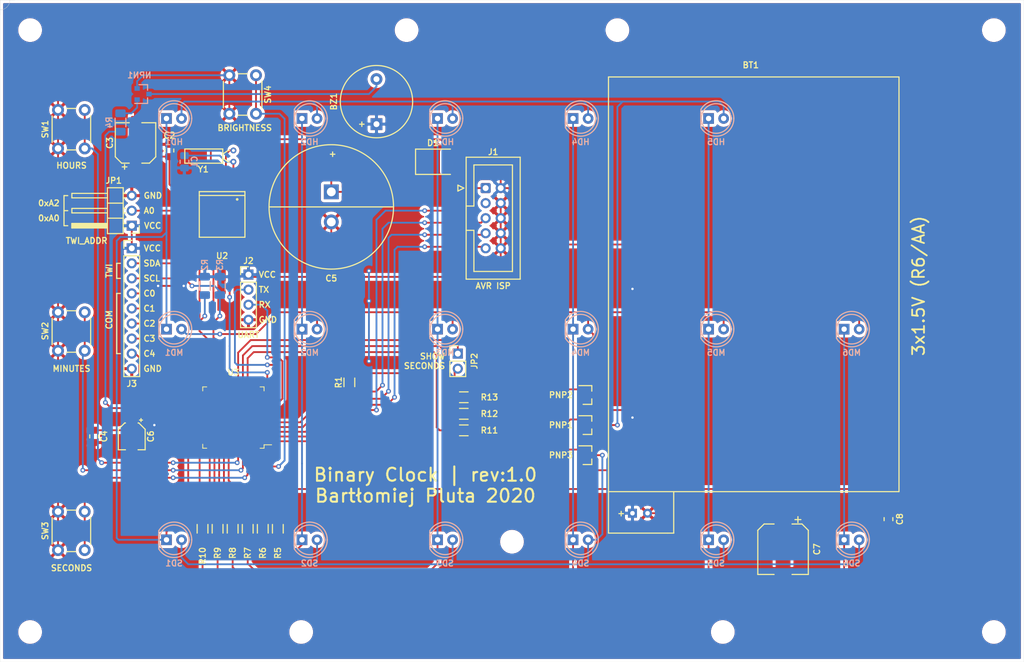
<source format=kicad_pcb>
(kicad_pcb (version 20171130) (host pcbnew 5.1.8)
  (layers (0 F.Cu signal) (31 B.Cu signal) (34 B.Paste user hide) (35 F.Paste user hide) (36 B.SilkS user) (37 F.SilkS user) (38 B.Mask user hide) (39 F.Mask user hide) (44 Edge.Cuts user hide))
  (net 0 "")
  (net 1 VCC)
  (net 2 GND)
  (net 3 "Net-(HD1-Pad1)")
  (net 4 "Net-(HD2-Pad1)")
  (net 5 "Net-(HD3-Pad1)")
  (net 6 "Net-(HD4-Pad1)")
  (net 7 /MOSI)
  (net 8 /RST)
  (net 9 /SCK)
  (net 10 /MISO)
  (net 11 /HOUR_LED)
  (net 12 /MINUTE_LED)
  (net 13 /SECOND_LED)
  (net 14 /SDA)
  (net 15 /SCL)
  (net 16 /INC_HOUR)
  (net 17 /LED0)
  (net 18 /LED1)
  (net 19 /LED2)
  (net 20 /LED3)
  (net 21 /LED4)
  (net 22 /LED5)
  (net 23 /INC_MINUTE)
  (net 24 /INC_SECOND)
  (net 25 /RTC_INT)
  (net 26 "Net-(PNP1-Pad1)")
  (net 27 "Net-(PNP2-Pad1)")
  (net 28 "Net-(PNP3-Pad1)")
  (net 29 /INC_BTNESS)
  (net 30 /RX)
  (net 31 /TX)
  (net 32 /COM4)
  (net 33 /COM3)
  (net 34 /COM2)
  (net 35 /COM1)
  (net 36 /COM0)
  (net 37 "Net-(HD5-Pad1)")
  (net 38 "Net-(JP1-Pad2)")
  (net 39 "Net-(MD6-Pad1)")
  (net 40 "Net-(JP2-Pad2)")
  (net 41 "Net-(BZ1-Pad2)")
  (net 42 "Net-(C1-Pad2)")
  (net 43 "Net-(C2-Pad1)")
  (net 44 "Net-(NPN1-Pad1)")
  (net 45 /BUZZER)
  (net 46 "Net-(U2-Pad2)")
  (net 47 /HC)
  (net 48 /MC)
  (net 49 /SC)
  (module MountingHole:MountingHole_3mm (layer F.Cu) (at 66.04 55.88)
    (fp_text reference REF** hide)
    (fp_text value MountingHole_3mm hide)
    (pad 1 np_thru_hole circle (at 0 0) (size 3 3) (drill 3) (layers *.Cu *.Mask))
  )
  (module MountingHole:MountingHole_3mm (layer F.Cu) (at 228.6 55.88)
    (fp_text reference REF** hide)
    (fp_text value MountingHole_3mm hide)
    (pad 1 np_thru_hole circle (at 0 0) (size 3 3) (drill 3) (layers *.Cu *.Mask))
  )
  (module MountingHole:MountingHole_3mm (layer F.Cu) (at 228.6 157.48)
    (fp_text reference REF** hide)
    (fp_text value MountingHole_3mm hide)
    (pad 1 np_thru_hole circle (at 0 0) (size 3 3) (drill 3) (layers *.Cu *.Mask))
  )
  (module MountingHole:MountingHole_3mm (layer F.Cu) (at 66.04 157.48)
    (fp_text reference REF** hide)
    (fp_text value MountingHole_3mm hide)
    (pad 1 np_thru_hole circle (at 0 0) (size 3 3) (drill 3) (layers *.Cu *.Mask))
  )
  (module Package_QFP:TQFP-44_10x10mm_P0.8mm (layer F.Cu) (at 100.33 121.285 180)
    (fp_text reference U3 (at 0 7.62) (layer F.SilkS))
    (fp_text value ATmega32-16AU)
    (pad 44 smd rect (at -4 -5.7 270) (size 1.5 0.55) (layers F.Cu F.Paste F.Mask))
    (pad 43 smd rect (at -3.2 -5.7 270) (size 1.5 0.55) (layers F.Cu F.Paste F.Mask) (net 29 /INC_BTNESS))
    (pad 42 smd rect (at -2.4 -5.7 270) (size 1.5 0.55) (layers F.Cu F.Paste F.Mask) (net 24 /INC_SECOND))
    (pad 41 smd rect (at -1.6 -5.7 270) (size 1.5 0.55) (layers F.Cu F.Paste F.Mask) (net 23 /INC_MINUTE))
    (pad 40 smd rect (at -0.8 -5.7 270) (size 1.5 0.55) (layers F.Cu F.Paste F.Mask) (net 16 /INC_HOUR))
    (pad 39 smd rect (at 0 -5.7 270) (size 1.5 0.55) (layers F.Cu F.Paste F.Mask) (net 2 GND))
    (pad 38 smd rect (at 0.8 -5.7 270) (size 1.5 0.55) (layers F.Cu F.Paste F.Mask) (net 1 VCC))
    (pad 37 smd rect (at 1.6 -5.7 270) (size 1.5 0.55) (layers F.Cu F.Paste F.Mask) (net 17 /LED0))
    (pad 36 smd rect (at 2.4 -5.7 270) (size 1.5 0.55) (layers F.Cu F.Paste F.Mask) (net 18 /LED1))
    (pad 35 smd rect (at 3.2 -5.7 270) (size 1.5 0.55) (layers F.Cu F.Paste F.Mask) (net 19 /LED2))
    (pad 34 smd rect (at 4 -5.7 270) (size 1.5 0.55) (layers F.Cu F.Paste F.Mask) (net 20 /LED3))
    (pad 33 smd rect (at 5.7 -4 180) (size 1.5 0.55) (layers F.Cu F.Paste F.Mask) (net 21 /LED4))
    (pad 32 smd rect (at 5.7 -3.2 180) (size 1.5 0.55) (layers F.Cu F.Paste F.Mask) (net 22 /LED5))
    (pad 31 smd rect (at 5.7 -2.4 180) (size 1.5 0.55) (layers F.Cu F.Paste F.Mask))
    (pad 30 smd rect (at 5.7 -1.6 180) (size 1.5 0.55) (layers F.Cu F.Paste F.Mask))
    (pad 29 smd rect (at 5.7 -0.8 180) (size 1.5 0.55) (layers F.Cu F.Paste F.Mask))
    (pad 28 smd rect (at 5.7 0 180) (size 1.5 0.55) (layers F.Cu F.Paste F.Mask) (net 2 GND))
    (pad 27 smd rect (at 5.7 0.8 180) (size 1.5 0.55) (layers F.Cu F.Paste F.Mask) (net 1 VCC))
    (pad 26 smd rect (at 5.7 1.6 180) (size 1.5 0.55) (layers F.Cu F.Paste F.Mask) (net 45 /BUZZER))
    (pad 25 smd rect (at 5.7 2.4 180) (size 1.5 0.55) (layers F.Cu F.Paste F.Mask) (net 32 /COM4))
    (pad 24 smd rect (at 5.7 3.2 180) (size 1.5 0.55) (layers F.Cu F.Paste F.Mask) (net 33 /COM3))
    (pad 23 smd rect (at 5.7 4 180) (size 1.5 0.55) (layers F.Cu F.Paste F.Mask) (net 34 /COM2))
    (pad 22 smd rect (at 4 5.7 270) (size 1.5 0.55) (layers F.Cu F.Paste F.Mask) (net 35 /COM1))
    (pad 21 smd rect (at 3.2 5.7 270) (size 1.5 0.55) (layers F.Cu F.Paste F.Mask) (net 36 /COM0))
    (pad 20 smd rect (at 2.4 5.7 270) (size 1.5 0.55) (layers F.Cu F.Paste F.Mask) (net 14 /SDA))
    (pad 19 smd rect (at 1.6 5.7 270) (size 1.5 0.55) (layers F.Cu F.Paste F.Mask) (net 15 /SCL))
    (pad 18 smd rect (at 0.8 5.7 270) (size 1.5 0.55) (layers F.Cu F.Paste F.Mask) (net 2 GND))
    (pad 17 smd rect (at 0 5.7 270) (size 1.5 0.55) (layers F.Cu F.Paste F.Mask) (net 1 VCC))
    (pad 16 smd rect (at -0.8 5.7 270) (size 1.5 0.55) (layers F.Cu F.Paste F.Mask) (net 13 /SECOND_LED))
    (pad 15 smd rect (at -1.6 5.7 270) (size 1.5 0.55) (layers F.Cu F.Paste F.Mask) (net 12 /MINUTE_LED))
    (pad 14 smd rect (at -2.4 5.7 270) (size 1.5 0.55) (layers F.Cu F.Paste F.Mask) (net 11 /HOUR_LED))
    (pad 13 smd rect (at -3.2 5.7 270) (size 1.5 0.55) (layers F.Cu F.Paste F.Mask))
    (pad 12 smd rect (at -4 5.7 270) (size 1.5 0.55) (layers F.Cu F.Paste F.Mask))
    (pad 11 smd rect (at -5.7 4 180) (size 1.5 0.55) (layers F.Cu F.Paste F.Mask) (net 25 /RTC_INT))
    (pad 10 smd rect (at -5.7 3.2 180) (size 1.5 0.55) (layers F.Cu F.Paste F.Mask) (net 31 /TX))
    (pad 9 smd rect (at -5.7 2.4 180) (size 1.5 0.55) (layers F.Cu F.Paste F.Mask) (net 30 /RX))
    (pad 8 smd rect (at -5.7 1.6 180) (size 1.5 0.55) (layers F.Cu F.Paste F.Mask))
    (pad 7 smd rect (at -5.7 0.8 180) (size 1.5 0.55) (layers F.Cu F.Paste F.Mask))
    (pad 6 smd rect (at -5.7 0 180) (size 1.5 0.55) (layers F.Cu F.Paste F.Mask) (net 2 GND))
    (pad 5 smd rect (at -5.7 -0.8 180) (size 1.5 0.55) (layers F.Cu F.Paste F.Mask) (net 1 VCC))
    (pad 4 smd rect (at -5.7 -1.6 180) (size 1.5 0.55) (layers F.Cu F.Paste F.Mask) (net 8 /RST))
    (pad 3 smd rect (at -5.7 -2.4 180) (size 1.5 0.55) (layers F.Cu F.Paste F.Mask) (net 9 /SCK))
    (pad 2 smd rect (at -5.7 -3.2 180) (size 1.5 0.55) (layers F.Cu F.Paste F.Mask) (net 10 /MISO))
    (pad 1 smd rect (at -5.7 -4 180) (size 1.5 0.55) (layers F.Cu F.Paste F.Mask) (net 7 /MOSI))
  )
  (module Connector_PinHeader_2.54mm:PinHeader_1x03_P2.54mm_Horizontal (layer F.Cu) (at 83.185 88.9 180)
    (fp_text reference JP1 (at 3.048 7.62) (layer F.SilkS) (effects (font (thickness 0.2))))
    (fp_text value TWI_ADDR)
    (pad 3 thru_hole oval (at 0 5.08 180) (size 1.7 1.7) (drill 1) (layers *.Cu *.Mask) (net 2 GND))
    (pad 2 thru_hole oval (at 0 2.54 180) (size 1.7 1.7) (drill 1) (layers *.Cu *.Mask) (net 38 "Net-(JP1-Pad2)"))
    (pad 1 thru_hole rect (at 0 0 180) (size 1.7 1.7) (drill 1) (layers *.Cu *.Mask) (net 1 VCC))
  )
  (module Package_TO_SOT_SMD:SOT-23 (layer F.Cu) (at 160.02 127.635)
    (fp_text reference PNP3 (at -4.445 0) (layer F.SilkS) (effects (font (thickness 0.2))))
    (fp_text value Q_PNP_BEC)
    (pad 3 smd rect (at 1 0) (size 0.9 0.8) (layers F.Cu F.Paste F.Mask) (net 49 /SC))
    (pad 2 smd rect (at -1 0.95) (size 0.9 0.8) (layers F.Cu F.Paste F.Mask) (net 1 VCC))
    (pad 1 smd rect (at -1 -0.95) (size 0.9 0.8) (layers F.Cu F.Paste F.Mask) (net 28 "Net-(PNP3-Pad1)"))
  )
  (module Package_TO_SOT_SMD:SOT-23 (layer F.Cu) (at 160.02 117.475)
    (fp_text reference PNP2 (at -4.445 0) (layer F.SilkS) (effects (font (thickness 0.2))))
    (fp_text value Q_PNP_BEC)
    (pad 3 smd rect (at 1 0) (size 0.9 0.8) (layers F.Cu F.Paste F.Mask) (net 48 /MC))
    (pad 2 smd rect (at -1 0.95) (size 0.9 0.8) (layers F.Cu F.Paste F.Mask) (net 1 VCC))
    (pad 1 smd rect (at -1 -0.95) (size 0.9 0.8) (layers F.Cu F.Paste F.Mask) (net 27 "Net-(PNP2-Pad1)"))
  )
  (module Package_TO_SOT_SMD:SOT-23 (layer F.Cu) (at 160.02 122.555)
    (fp_text reference PNP1 (at -4.445 0) (layer F.SilkS) (effects (font (thickness 0.2))))
    (fp_text value Q_PNP_BEC)
    (pad 3 smd rect (at 1 0) (size 0.9 0.8) (layers F.Cu F.Paste F.Mask) (net 47 /HC))
    (pad 2 smd rect (at -1 0.95) (size 0.9 0.8) (layers F.Cu F.Paste F.Mask) (net 1 VCC))
    (pad 1 smd rect (at -1 -0.95) (size 0.9 0.8) (layers F.Cu F.Paste F.Mask) (net 26 "Net-(PNP1-Pad1)"))
  )
  (module Package_TO_SOT_SMD:SOT-23 (layer B.Cu) (at 85.09 66.675)
    (fp_text reference NPN1 (at -0.635 -3.175) (layer B.SilkS) (effects (font (thickness 0.2)) (justify mirror)))
    (fp_text value Q_NPN_BEC)
    (pad 3 smd rect (at 1 0) (size 0.9 0.8) (layers B.Cu B.Paste B.Mask) (net 41 "Net-(BZ1-Pad2)"))
    (pad 2 smd rect (at -1 -0.95) (size 0.9 0.8) (layers B.Cu B.Paste B.Mask) (net 2 GND))
    (pad 1 smd rect (at -1 0.95) (size 0.9 0.8) (layers B.Cu B.Paste B.Mask) (net 44 "Net-(NPN1-Pad1)"))
  )
  (module "Project Footprints:SuperCapacitor" (layer F.Cu) (at 116.84 85.725 270)
    (fp_text reference C5 (at 12.065 0 180) (layer F.SilkS) (effects (font (thickness 0.2))))
    (fp_text value 0.1-1F)
    (fp_text user + (at -8.89 -0.1524 90) (layer F.SilkS) (effects (font (thickness 0.2))))
    (pad 2 thru_hole circle (at 2.54 0 270) (size 2.5 2.5) (drill 1.5) (layers *.Cu *.Mask) (net 2 GND))
    (pad 1 thru_hole rect (at -2.54 0 270) (size 2.5 2.5) (drill 1.5) (layers *.Cu *.Mask) (net 43 "Net-(C2-Pad1)"))
  )
  (module Crystal:Crystal_DS26_D2.0mm_L6.0mm_Horizontal (layer F.Cu) (at 100.33 76.2 270)
    (fp_text reference Y1 (at 3.175 5.08) (layer F.SilkS) (effects (font (thickness 0.2))))
    (fp_text value 32768hZ)
    (pad 1 thru_hole circle (at 0 0 270) (size 1 1) (drill 0.5) (layers *.Cu *.Mask) (net 46 "Net-(U2-Pad2)"))
    (pad 2 thru_hole circle (at 1.9 0 270) (size 1 1) (drill 0.5) (layers *.Cu *.Mask) (net 42 "Net-(C1-Pad2)"))
  )
  (module "Project Footprints:BatteryPackage" (layer F.Cu) (at 188.595 97.79)
    (fp_text reference BT1 (at -1 -36) (layer F.SilkS) (effects (font (thickness 0.2))))
    (fp_text value 3x1.5V)
    (fp_text user + (at -22.86 39.64) (layer F.SilkS) (effects (font (thickness 0.2))))
    (pad 2 thru_hole circle (at -18.415 39.64) (size 1.524 1.524) (drill 0.762) (layers *.Cu *.Mask) (net 2 GND))
    (pad 1 thru_hole rect (at -20.955 39.64) (size 1.524 1.524) (drill 0.762) (layers *.Cu *.Mask) (net 1 VCC))
  )
  (module Buzzer_Beeper:Buzzer_12x9.5RM7.6 (layer F.Cu) (at 124.46 71.755 90)
    (fp_text reference BZ1 (at 3.8 -7.2 90) (layer F.SilkS) (effects (font (thickness 0.2))))
    (fp_text value Buzzer)
    (fp_text user + (at -0.01 -2.54 90) (layer F.SilkS) (effects (font (thickness 0.2))))
    (pad 2 thru_hole circle (at 7.6 0 90) (size 2 2) (drill 1) (layers *.Cu *.Mask) (net 41 "Net-(BZ1-Pad2)"))
    (pad 1 thru_hole rect (at 0 0 90) (size 2 2) (drill 1) (layers *.Cu *.Mask) (net 1 VCC))
  )
  (module PCF8583:SOT176-1 (layer F.Cu) (at 98.425 86.995 180)
    (fp_text reference U2 (at 0 -6.985) (layer F.SilkS) (effects (font (thickness 0.2))))
    (fp_text value PCF8583P hide)
    (pad 8 smd oval (at -1.905 -3.814 180) (size 0.6096 3.5) (layers F.Cu F.Mask) (net 2 GND))
    (pad 7 smd oval (at -0.635 -3.814 180) (size 0.6096 3.5) (layers F.Cu F.Mask) (net 25 /RTC_INT))
    (pad 6 smd oval (at 0.635 -3.814 180) (size 0.6096 3.5) (layers F.Cu F.Mask) (net 15 /SCL))
    (pad 5 smd oval (at 1.905 -3.814 180) (size 0.6096 3.5) (layers F.Cu F.Mask) (net 14 /SDA))
    (pad 4 smd oval (at 1.91 3.854 180) (size 0.6096 3.5) (layers F.Cu F.Mask) (net 43 "Net-(C2-Pad1)"))
    (pad 3 smd oval (at 0.635 3.854 180) (size 0.6096 3.5) (layers F.Cu F.Mask) (net 38 "Net-(JP1-Pad2)"))
    (pad 2 smd oval (at -0.635 3.854 180) (size 0.6096 3.5) (layers F.Cu F.Mask) (net 46 "Net-(U2-Pad2)"))
    (pad 1 smd oval (at -1.905 3.854 180) (size 0.6096 3.5) (layers F.Cu F.Mask) (net 42 "Net-(C1-Pad2)"))
  )
  (module Capacitor_SMD:CP_Elec_4x3 (layer F.Cu) (at 83.185 124.46 270)
    (fp_text reference C6 (at 0 -3.2 90) (layer F.SilkS) (effects (font (thickness 0.2))))
    (fp_text value 22u)
    (pad 2 smd roundrect (at 1.8 0 270) (size 2.6 1.6) (layers F.Cu F.Paste F.Mask) (roundrect_rratio 0.15625) (net 2 GND))
    (pad 1 smd roundrect (at -1.8 0 270) (size 2.6 1.6) (layers F.Cu F.Paste F.Mask) (roundrect_rratio 0.15625) (net 1 VCC))
  )
  (module Connector_PinHeader_2.54mm:PinHeader_1x02_P2.54mm_Vertical (layer F.Cu) (at 138.176 110.49)
    (fp_text reference JP2 (at 2.794 1.27 90) (layer F.SilkS) (effects (font (thickness 0.2))))
    (fp_text value S_EN)
    (pad 2 thru_hole oval (at 0 2.54) (size 1.7 1.7) (drill 1) (layers *.Cu *.Mask) (net 40 "Net-(JP2-Pad2)"))
    (pad 1 thru_hole rect (at 0 0) (size 1.7 1.7) (drill 1) (layers *.Cu *.Mask) (net 13 /SECOND_LED))
  )
  (module Connector_PinHeader_2.54mm:PinHeader_1x09_P2.54mm_Vertical (layer F.Cu) (at 83.185 92.71)
    (fp_text reference J3 (at 0 22.86) (layer F.SilkS) (effects (font (thickness 0.2))))
    (fp_text value COM/TW)
    (pad 9 thru_hole oval (at 0 20.32) (size 1.7 1.7) (drill 1) (layers *.Cu *.Mask) (net 2 GND))
    (pad 8 thru_hole oval (at 0 17.78) (size 1.7 1.7) (drill 1) (layers *.Cu *.Mask) (net 32 /COM4))
    (pad 7 thru_hole oval (at 0 15.24) (size 1.7 1.7) (drill 1) (layers *.Cu *.Mask) (net 33 /COM3))
    (pad 6 thru_hole oval (at 0 12.7) (size 1.7 1.7) (drill 1) (layers *.Cu *.Mask) (net 34 /COM2))
    (pad 5 thru_hole oval (at 0 10.16) (size 1.7 1.7) (drill 1) (layers *.Cu *.Mask) (net 35 /COM1))
    (pad 4 thru_hole oval (at 0 7.62) (size 1.7 1.7) (drill 1) (layers *.Cu *.Mask) (net 36 /COM0))
    (pad 3 thru_hole oval (at 0 5.08) (size 1.7 1.7) (drill 1) (layers *.Cu *.Mask) (net 15 /SCL))
    (pad 2 thru_hole oval (at 0 2.54) (size 1.7 1.7) (drill 1) (layers *.Cu *.Mask) (net 14 /SDA))
    (pad 1 thru_hole rect (at 0 0) (size 1.7 1.7) (drill 1) (layers *.Cu *.Mask) (net 1 VCC))
  )
  (module Connector_PinHeader_2.54mm:PinHeader_1x04_P2.54mm_Vertical (layer F.Cu) (at 102.87 97.155)
    (fp_text reference J2 (at 0 -2.33) (layer F.SilkS) (effects (font (thickness 0.2))))
    (fp_text value UART)
    (pad 4 thru_hole oval (at 0 7.62) (size 1.7 1.7) (drill 1) (layers *.Cu *.Mask) (net 2 GND))
    (pad 3 thru_hole oval (at 0 5.08) (size 1.7 1.7) (drill 1) (layers *.Cu *.Mask) (net 30 /RX))
    (pad 2 thru_hole oval (at 0 2.54) (size 1.7 1.7) (drill 1) (layers *.Cu *.Mask) (net 31 /TX))
    (pad 1 thru_hole rect (at 0 0) (size 1.7 1.7) (drill 1) (layers *.Cu *.Mask) (net 1 VCC))
  )
  (module Diode_SMD:D_2114_3652Metric (layer F.Cu) (at 134.3375 78.105)
    (fp_text reference D1 (at -0.3525 -3.175) (layer F.SilkS) (effects (font (thickness 0.2))))
    (fp_text value D_Schottky)
    (pad 2 smd roundrect (at 2.1875 0) (size 1.675 3.75) (layers F.Cu F.Paste F.Mask) (roundrect_rratio 0.149254) (net 1 VCC))
    (pad 1 smd roundrect (at -2.1875 0) (size 1.675 3.75) (layers F.Cu F.Paste F.Mask) (roundrect_rratio 0.149254) (net 43 "Net-(C2-Pad1)"))
  )
  (module LED_THT:LED_D5.0mm (layer B.Cu) (at 89.04 106.36)
    (fp_text reference MD1 (at 1.27 3.96) (layer B.SilkS) (effects (font (thickness 0.2)) (justify mirror)))
    (fp_text value LED)
    (pad 1 thru_hole rect (at 0 0) (size 1.8 1.8) (drill 0.9) (layers *.Cu *.Mask) (net 3 "Net-(HD1-Pad1)"))
    (pad 2 thru_hole circle (at 2.54 0) (size 1.8 1.8) (drill 0.9) (layers *.Cu *.Mask) (net 48 /MC))
  )
  (module Resistor_SMD:R_1206_3216Metric_Pad1.30x1.75mm_HandSolder (layer B.Cu) (at 81.28 71.475 270)
    (fp_text reference R4 (at 0 1.905 90) (layer B.SilkS) (effects (font (thickness 0.2)) (justify mirror)))
    (fp_text value 2k2)
    (pad 2 smd roundrect (at 1.55 0 270) (size 1.3 1.75) (layers B.Cu B.Paste B.Mask) (roundrect_rratio 0.192308) (net 45 /BUZZER))
    (pad 1 smd roundrect (at -1.55 0 270) (size 1.3 1.75) (layers B.Cu B.Paste B.Mask) (roundrect_rratio 0.192308) (net 44 "Net-(NPN1-Pad1)"))
  )
  (module Button_Switch_THT:SW_PUSH_6mm (layer F.Cu) (at 104.14 63.5 270)
    (fp_text reference SW4 (at 3.25 -2 90) (layer F.SilkS) (effects (font (thickness 0.2))))
    (fp_text value INC_BTNESS)
    (pad 1 thru_hole circle (at 6.5 0) (size 2 2) (drill 1.1) (layers *.Cu *.Mask) (net 29 /INC_BTNESS))
    (pad 2 thru_hole circle (at 6.5 4.5) (size 2 2) (drill 1.1) (layers *.Cu *.Mask) (net 2 GND))
    (pad 1 thru_hole circle (at 0 0) (size 2 2) (drill 1.1) (layers *.Cu *.Mask) (net 29 /INC_BTNESS))
    (pad 2 thru_hole circle (at 0 4.5) (size 2 2) (drill 1.1) (layers *.Cu *.Mask) (net 2 GND))
  )
  (module LED_THT:LED_D5.0mm (layer B.Cu) (at 134.76 106.36)
    (fp_text reference MD3 (at 1.27 3.96) (layer B.SilkS) (effects (font (thickness 0.2)) (justify mirror)))
    (fp_text value LED)
    (pad 1 thru_hole rect (at 0 0) (size 1.8 1.8) (drill 0.9) (layers *.Cu *.Mask) (net 5 "Net-(HD3-Pad1)"))
    (pad 2 thru_hole circle (at 2.54 0) (size 1.8 1.8) (drill 0.9) (layers *.Cu *.Mask) (net 48 /MC))
  )
  (module LED_THT:LED_D5.0mm (layer B.Cu) (at 157.62 70.8)
    (fp_text reference HD4 (at 1.27 3.96) (layer B.SilkS) (effects (font (thickness 0.2)) (justify mirror)))
    (fp_text value LED)
    (pad 1 thru_hole rect (at 0 0) (size 1.8 1.8) (drill 0.9) (layers *.Cu *.Mask) (net 6 "Net-(HD4-Pad1)"))
    (pad 2 thru_hole circle (at 2.54 0) (size 1.8 1.8) (drill 0.9) (layers *.Cu *.Mask) (net 47 /HC))
  )
  (module Connector_IDC:IDC-Header_2x05_P2.54mm_Vertical (layer F.Cu) (at 142.875 82.55)
    (fp_text reference J1 (at 1.27 -6.1) (layer F.SilkS) (effects (font (thickness 0.2))))
    (fp_text value AVR-ISP-10)
    (pad 10 thru_hole circle (at 2.54 10.16) (size 1.7 1.7) (drill 1) (layers *.Cu *.Mask) (net 2 GND))
    (pad 8 thru_hole circle (at 2.54 7.62) (size 1.7 1.7) (drill 1) (layers *.Cu *.Mask) (net 2 GND))
    (pad 6 thru_hole circle (at 2.54 5.08) (size 1.7 1.7) (drill 1) (layers *.Cu *.Mask) (net 2 GND))
    (pad 4 thru_hole circle (at 2.54 2.54) (size 1.7 1.7) (drill 1) (layers *.Cu *.Mask) (net 2 GND))
    (pad 2 thru_hole circle (at 2.54 0) (size 1.7 1.7) (drill 1) (layers *.Cu *.Mask) (net 1 VCC))
    (pad 9 thru_hole circle (at 0 10.16) (size 1.7 1.7) (drill 1) (layers *.Cu *.Mask) (net 10 /MISO))
    (pad 7 thru_hole circle (at 0 7.62) (size 1.7 1.7) (drill 1) (layers *.Cu *.Mask) (net 9 /SCK))
    (pad 5 thru_hole circle (at 0 5.08) (size 1.7 1.7) (drill 1) (layers *.Cu *.Mask) (net 8 /RST))
    (pad 3 thru_hole circle (at 0 2.54) (size 1.7 1.7) (drill 1) (layers *.Cu *.Mask))
    (pad 1 thru_hole roundrect (at 0 0) (size 1.7 1.7) (drill 1) (layers *.Cu *.Mask) (roundrect_rratio 0.147059) (net 7 /MOSI))
  )
  (module LED_THT:LED_D5.0mm (layer B.Cu) (at 180.48 106.36)
    (fp_text reference MD5 (at 1.27 3.96) (layer B.SilkS) (effects (font (thickness 0.2)) (justify mirror)))
    (fp_text value LED)
    (pad 1 thru_hole rect (at 0 0) (size 1.8 1.8) (drill 0.9) (layers *.Cu *.Mask) (net 37 "Net-(HD5-Pad1)"))
    (pad 2 thru_hole circle (at 2.54 0) (size 1.8 1.8) (drill 0.9) (layers *.Cu *.Mask) (net 48 /MC))
  )
  (module Resistor_SMD:R_1206_3216Metric_Pad1.30x1.75mm_HandSolder (layer F.Cu) (at 119.888 115.342 90)
    (fp_text reference R1 (at 0 -1.82 90) (layer F.SilkS) (effects (font (thickness 0.2))))
    (fp_text value 10k hide)
    (pad 1 smd roundrect (at -1.55 0 90) (size 1.3 1.75) (layers F.Cu F.Paste F.Mask) (roundrect_rratio 0.192308) (net 8 /RST))
    (pad 2 smd roundrect (at 1.55 0 90) (size 1.3 1.75) (layers F.Cu F.Paste F.Mask) (roundrect_rratio 0.192308) (net 1 VCC))
  )
  (module Resistor_SMD:R_1206_3216Metric_Pad1.30x1.75mm_HandSolder (layer B.Cu) (at 95.504 99.06 90)
    (fp_text reference R2 (at 3.556 0 90) (layer B.SilkS) (effects (font (thickness 0.2)) (justify mirror)))
    (fp_text value 4k7 hide)
    (pad 1 smd roundrect (at -1.55 0 90) (size 1.3 1.75) (layers B.Cu B.Paste B.Mask) (roundrect_rratio 0.192308) (net 14 /SDA))
    (pad 2 smd roundrect (at 1.55 0 90) (size 1.3 1.75) (layers B.Cu B.Paste B.Mask) (roundrect_rratio 0.192308) (net 1 VCC))
  )
  (module LED_THT:LED_D5.0mm (layer B.Cu) (at 157.62 141.92)
    (fp_text reference SD4 (at 1.27 3.96) (layer B.SilkS) (effects (font (thickness 0.2)) (justify mirror)))
    (fp_text value LED)
    (pad 1 thru_hole rect (at 0 0) (size 1.8 1.8) (drill 0.9) (layers *.Cu *.Mask) (net 6 "Net-(HD4-Pad1)"))
    (pad 2 thru_hole circle (at 2.54 0) (size 1.8 1.8) (drill 0.9) (layers *.Cu *.Mask) (net 49 /SC))
  )
  (module LED_THT:LED_D5.0mm (layer B.Cu) (at 134.76 70.8)
    (fp_text reference HD3 (at 1.27 3.96) (layer B.SilkS) (effects (font (thickness 0.2)) (justify mirror)))
    (fp_text value LED)
    (pad 2 thru_hole circle (at 2.54 0) (size 1.8 1.8) (drill 0.9) (layers *.Cu *.Mask) (net 47 /HC))
    (pad 1 thru_hole rect (at 0 0) (size 1.8 1.8) (drill 0.9) (layers *.Cu *.Mask) (net 5 "Net-(HD3-Pad1)"))
  )
  (module LED_THT:LED_D5.0mm (layer B.Cu) (at 134.76 141.92)
    (fp_text reference SD3 (at 1.27 3.96) (layer B.SilkS) (effects (font (thickness 0.2)) (justify mirror)))
    (fp_text value LED)
    (pad 2 thru_hole circle (at 2.54 0) (size 1.8 1.8) (drill 0.9) (layers *.Cu *.Mask) (net 49 /SC))
    (pad 1 thru_hole rect (at 0 0) (size 1.8 1.8) (drill 0.9) (layers *.Cu *.Mask) (net 5 "Net-(HD3-Pad1)"))
  )
  (module LED_THT:LED_D5.0mm (layer B.Cu) (at 180.48 70.8)
    (fp_text reference HD5 (at 1.27 3.96) (layer B.SilkS) (effects (font (thickness 0.2)) (justify mirror)))
    (fp_text value LED)
    (pad 2 thru_hole circle (at 2.54 0) (size 1.8 1.8) (drill 0.9) (layers *.Cu *.Mask) (net 47 /HC))
    (pad 1 thru_hole rect (at 0 0) (size 1.8 1.8) (drill 0.9) (layers *.Cu *.Mask) (net 37 "Net-(HD5-Pad1)"))
  )
  (module LED_THT:LED_D5.0mm (layer B.Cu) (at 111.9 70.8)
    (fp_text reference HD2 (at 1.27 3.96) (layer B.SilkS) (effects (font (thickness 0.2)) (justify mirror)))
    (fp_text value LED)
    (pad 1 thru_hole rect (at 0 0) (size 1.8 1.8) (drill 0.9) (layers *.Cu *.Mask) (net 4 "Net-(HD2-Pad1)"))
    (pad 2 thru_hole circle (at 2.54 0) (size 1.8 1.8) (drill 0.9) (layers *.Cu *.Mask) (net 47 /HC))
  )
  (module Resistor_SMD:R_1206_3216Metric_Pad1.30x1.75mm_HandSolder (layer F.Cu) (at 95.123 140.055 90)
    (fp_text reference R10 (at -4.566191 0 90) (layer F.SilkS) (effects (font (thickness 0.2))))
    (fp_text value 100R hide)
    (pad 2 smd roundrect (at 1.55 0 90) (size 1.3 1.75) (layers F.Cu F.Paste F.Mask) (roundrect_rratio 0.192308) (net 22 /LED5))
    (pad 1 smd roundrect (at -1.55 0 90) (size 1.3 1.75) (layers F.Cu F.Paste F.Mask) (roundrect_rratio 0.192308) (net 39 "Net-(MD6-Pad1)"))
  )
  (module Resistor_SMD:R_1206_3216Metric_Pad1.30x1.75mm_HandSolder (layer B.Cu) (at 98.044 99.06 90)
    (fp_text reference R3 (at 3.556 0 90) (layer B.SilkS) (effects (font (thickness 0.2)) (justify mirror)))
    (fp_text value 4k7 hide)
    (pad 2 smd roundrect (at 1.55 0 90) (size 1.3 1.75) (layers B.Cu B.Paste B.Mask) (roundrect_rratio 0.192308) (net 1 VCC))
    (pad 1 smd roundrect (at -1.55 0 90) (size 1.3 1.75) (layers B.Cu B.Paste B.Mask) (roundrect_rratio 0.192308) (net 15 /SCL))
  )
  (module LED_THT:LED_D5.0mm (layer B.Cu) (at 157.62 106.36)
    (fp_text reference MD4 (at 1.27 3.96) (layer B.SilkS) (effects (font (thickness 0.2)) (justify mirror)))
    (fp_text value LED)
    (pad 2 thru_hole circle (at 2.54 0) (size 1.8 1.8) (drill 0.9) (layers *.Cu *.Mask) (net 48 /MC))
    (pad 1 thru_hole rect (at 0 0) (size 1.8 1.8) (drill 0.9) (layers *.Cu *.Mask) (net 6 "Net-(HD4-Pad1)"))
  )
  (module Capacitor_SMD:CP_Elec_8x10 (layer F.Cu) (at 193.04 143.51 270)
    (fp_text reference C7 (at 0 -5.715 90) (layer F.SilkS) (effects (font (thickness 0.2))))
    (fp_text value 470u hide)
    (pad 1 smd roundrect (at -3.25 0 270) (size 3.5 2.5) (layers F.Cu F.Paste F.Mask) (roundrect_rratio 0.1) (net 1 VCC))
    (pad 2 smd roundrect (at 3.25 0 270) (size 3.5 2.5) (layers F.Cu F.Paste F.Mask) (roundrect_rratio 0.1) (net 2 GND))
  )
  (module LED_THT:LED_D5.0mm (layer B.Cu) (at 180.48 141.92)
    (fp_text reference SD5 (at 1.27 3.96) (layer B.SilkS) (effects (font (thickness 0.2)) (justify mirror)))
    (fp_text value LED)
    (pad 2 thru_hole circle (at 2.54 0) (size 1.8 1.8) (drill 0.9) (layers *.Cu *.Mask) (net 49 /SC))
    (pad 1 thru_hole rect (at 0 0) (size 1.8 1.8) (drill 0.9) (layers *.Cu *.Mask) (net 37 "Net-(HD5-Pad1)"))
  )
  (module Resistor_SMD:R_1206_3216Metric_Pad1.30x1.75mm_HandSolder (layer F.Cu) (at 102.743 140.055 90)
    (fp_text reference R7 (at -4.09 0 90) (layer F.SilkS) (effects (font (thickness 0.2))))
    (fp_text value 100R hide)
    (pad 2 smd roundrect (at 1.55 0 90) (size 1.3 1.75) (layers F.Cu F.Paste F.Mask) (roundrect_rratio 0.192308) (net 19 /LED2))
    (pad 1 smd roundrect (at -1.55 0 90) (size 1.3 1.75) (layers F.Cu F.Paste F.Mask) (roundrect_rratio 0.192308) (net 5 "Net-(HD3-Pad1)"))
  )
  (module Resistor_SMD:R_1206_3216Metric_Pad1.30x1.75mm_HandSolder (layer F.Cu) (at 139.192 123.444 180)
    (fp_text reference R11 (at -4.318 0) (layer F.SilkS) (effects (font (thickness 0.2))))
    (fp_text value 2k2 hide)
    (pad 2 smd roundrect (at 1.55 0 180) (size 1.3 1.75) (layers F.Cu F.Paste F.Mask) (roundrect_rratio 0.192308) (net 11 /HOUR_LED))
    (pad 1 smd roundrect (at -1.55 0 180) (size 1.3 1.75) (layers F.Cu F.Paste F.Mask) (roundrect_rratio 0.192308) (net 26 "Net-(PNP1-Pad1)"))
  )
  (module Resistor_SMD:R_1206_3216Metric_Pad1.30x1.75mm_HandSolder (layer F.Cu) (at 139.192 117.856 180)
    (fp_text reference R13 (at -4.318 0) (layer F.SilkS) (effects (font (thickness 0.2))))
    (fp_text value 2k2 hide)
    (pad 1 smd roundrect (at -1.55 0 180) (size 1.3 1.75) (layers F.Cu F.Paste F.Mask) (roundrect_rratio 0.192308) (net 28 "Net-(PNP3-Pad1)"))
    (pad 2 smd roundrect (at 1.55 0 180) (size 1.3 1.75) (layers F.Cu F.Paste F.Mask) (roundrect_rratio 0.192308) (net 40 "Net-(JP2-Pad2)"))
  )
  (module Resistor_SMD:R_1206_3216Metric_Pad1.30x1.75mm_HandSolder (layer F.Cu) (at 139.192 120.65 180)
    (fp_text reference R12 (at -4.318 0) (layer F.SilkS) (effects (font (thickness 0.2))))
    (fp_text value 2k2 hide)
    (pad 2 smd roundrect (at 1.55 0 180) (size 1.3 1.75) (layers F.Cu F.Paste F.Mask) (roundrect_rratio 0.192308) (net 12 /MINUTE_LED))
    (pad 1 smd roundrect (at -1.55 0 180) (size 1.3 1.75) (layers F.Cu F.Paste F.Mask) (roundrect_rratio 0.192308) (net 27 "Net-(PNP2-Pad1)"))
  )
  (module Capacitor_SMD:C_0805_2012Metric_Pad1.18x1.45mm_HandSolder (layer F.Cu) (at 210.82 138.43 270)
    (fp_text reference C8 (at 0 -1.905 90) (layer F.SilkS) (effects (font (thickness 0.2))))
    (fp_text value 100n hide)
    (pad 2 smd roundrect (at 1.0375 0 270) (size 1.175 1.45) (layers F.Cu F.Paste F.Mask) (roundrect_rratio 0.212766) (net 2 GND))
    (pad 1 smd roundrect (at -1.0375 0 270) (size 1.175 1.45) (layers F.Cu F.Paste F.Mask) (roundrect_rratio 0.212766) (net 1 VCC))
  )
  (module LED_THT:LED_D5.0mm (layer B.Cu) (at 89.04 70.8)
    (fp_text reference HD1 (at 1.27 3.96) (layer B.SilkS) (effects (font (thickness 0.2)) (justify mirror)))
    (fp_text value LED)
    (pad 2 thru_hole circle (at 2.54 0) (size 1.8 1.8) (drill 0.9) (layers *.Cu *.Mask) (net 47 /HC))
    (pad 1 thru_hole rect (at 0 0) (size 1.8 1.8) (drill 0.9) (layers *.Cu *.Mask) (net 3 "Net-(HD1-Pad1)"))
  )
  (module LED_THT:LED_D5.0mm (layer B.Cu) (at 111.9 141.92)
    (fp_text reference SD2 (at 1.27 3.96) (layer B.SilkS) (effects (font (thickness 0.2)) (justify mirror)))
    (fp_text value LED)
    (pad 1 thru_hole rect (at 0 0) (size 1.8 1.8) (drill 0.9) (layers *.Cu *.Mask) (net 4 "Net-(HD2-Pad1)"))
    (pad 2 thru_hole circle (at 2.54 0) (size 1.8 1.8) (drill 0.9) (layers *.Cu *.Mask) (net 49 /SC))
  )
  (module LED_THT:LED_D5.0mm (layer B.Cu) (at 89.04 141.92)
    (fp_text reference SD1 (at 1.27 3.96) (layer B.SilkS) (effects (font (thickness 0.2)) (justify mirror)))
    (fp_text value LED)
    (pad 2 thru_hole circle (at 2.54 0) (size 1.8 1.8) (drill 0.9) (layers *.Cu *.Mask) (net 49 /SC))
    (pad 1 thru_hole rect (at 0 0) (size 1.8 1.8) (drill 0.9) (layers *.Cu *.Mask) (net 3 "Net-(HD1-Pad1)"))
  )
  (module LED_THT:LED_D5.0mm (layer B.Cu) (at 111.9 106.36)
    (fp_text reference MD2 (at 1.27 3.96) (layer B.SilkS) (effects (font (thickness 0.2)) (justify mirror)))
    (fp_text value LED)
    (pad 2 thru_hole circle (at 2.54 0) (size 1.8 1.8) (drill 0.9) (layers *.Cu *.Mask) (net 48 /MC))
    (pad 1 thru_hole rect (at 0 0) (size 1.8 1.8) (drill 0.9) (layers *.Cu *.Mask) (net 4 "Net-(HD2-Pad1)"))
  )
  (module Capacitor_SMD:C_0805_2012Metric_Pad1.18x1.45mm_HandSolder (layer F.Cu) (at 89.535 76.2 90)
    (fp_text reference C2 (at 2.54 0 180) (layer F.SilkS) (effects (font (thickness 0.2))))
    (fp_text value 22p hide)
    (pad 2 smd roundrect (at 1.0375 0 90) (size 1.175 1.45) (layers F.Cu F.Paste F.Mask) (roundrect_rratio 0.212766) (net 2 GND))
    (pad 1 smd roundrect (at -1.0375 0 90) (size 1.175 1.45) (layers F.Cu F.Paste F.Mask) (roundrect_rratio 0.212766) (net 43 "Net-(C2-Pad1)"))
  )
  (module Capacitor_SMD:CP_Elec_6.3x5.3 (layer F.Cu) (at 83.82 74.93 90)
    (fp_text reference C3 (at 0 -4.35 90) (layer F.SilkS) (effects (font (thickness 0.2))))
    (fp_text value 47u hide)
    (pad 1 smd roundrect (at -2.8 0 90) (size 3.5 1.6) (layers F.Cu F.Paste F.Mask) (roundrect_rratio 0.15625) (net 43 "Net-(C2-Pad1)"))
    (pad 2 smd roundrect (at 2.8 0 90) (size 3.5 1.6) (layers F.Cu F.Paste F.Mask) (roundrect_rratio 0.15625) (net 2 GND))
  )
  (module Resistor_SMD:R_1206_3216Metric_Pad1.30x1.75mm_HandSolder (layer F.Cu) (at 97.663 140.055 90)
    (fp_text reference R9 (at -4.09 0 90) (layer F.SilkS) (effects (font (thickness 0.2))))
    (fp_text value 100R hide)
    (pad 2 smd roundrect (at 1.55 0 90) (size 1.3 1.75) (layers F.Cu F.Paste F.Mask) (roundrect_rratio 0.192308) (net 21 /LED4))
    (pad 1 smd roundrect (at -1.55 0 90) (size 1.3 1.75) (layers F.Cu F.Paste F.Mask) (roundrect_rratio 0.192308) (net 37 "Net-(HD5-Pad1)"))
  )
  (module Capacitor_SMD:C_0805_2012Metric_Pad1.18x1.45mm_HandSolder (layer F.Cu) (at 76.835 124.46 270)
    (fp_text reference C4 (at 0 -1.68 90) (layer F.SilkS) (effects (font (thickness 0.2))))
    (fp_text value 100n hide)
    (pad 1 smd roundrect (at -1.0375 0 270) (size 1.175 1.45) (layers F.Cu F.Paste F.Mask) (roundrect_rratio 0.212766) (net 1 VCC))
    (pad 2 smd roundrect (at 1.0375 0 270) (size 1.175 1.45) (layers F.Cu F.Paste F.Mask) (roundrect_rratio 0.212766) (net 2 GND))
  )
  (module LED_THT:LED_D5.0mm (layer B.Cu) (at 203.34 106.36)
    (fp_text reference MD6 (at 1.27 3.96) (layer B.SilkS) (effects (font (thickness 0.2)) (justify mirror)))
    (fp_text value LED)
    (pad 2 thru_hole circle (at 2.54 0) (size 1.8 1.8) (drill 0.9) (layers *.Cu *.Mask) (net 48 /MC))
    (pad 1 thru_hole rect (at 0 0) (size 1.8 1.8) (drill 0.9) (layers *.Cu *.Mask) (net 39 "Net-(MD6-Pad1)"))
  )
  (module Capacitor_SMD:C_0805_2012Metric_Pad1.18x1.45mm_HandSolder (layer B.Cu) (at 92.075 78.105 90)
    (fp_text reference C1 (at 0 1.68 270) (layer B.SilkS) (effects (font (thickness 0.2)) (justify mirror)))
    (fp_text value 22p hide)
    (pad 2 smd roundrect (at 1.0375 0 90) (size 1.175 1.45) (layers B.Cu B.Paste B.Mask) (roundrect_rratio 0.212766) (net 42 "Net-(C1-Pad2)"))
    (pad 1 smd roundrect (at -1.0375 0 90) (size 1.175 1.45) (layers B.Cu B.Paste B.Mask) (roundrect_rratio 0.212766) (net 1 VCC))
  )
  (module Resistor_SMD:R_1206_3216Metric_Pad1.30x1.75mm_HandSolder (layer F.Cu) (at 105.283 140.055 90)
    (fp_text reference R6 (at -4.09 0 90) (layer F.SilkS) (effects (font (thickness 0.2))))
    (fp_text value 100R hide)
    (pad 2 smd roundrect (at 1.55 0 90) (size 1.3 1.75) (layers F.Cu F.Paste F.Mask) (roundrect_rratio 0.192308) (net 18 /LED1))
    (pad 1 smd roundrect (at -1.55 0 90) (size 1.3 1.75) (layers F.Cu F.Paste F.Mask) (roundrect_rratio 0.192308) (net 4 "Net-(HD2-Pad1)"))
  )
  (module Resistor_SMD:R_1206_3216Metric_Pad1.30x1.75mm_HandSolder (layer F.Cu) (at 107.823 140.055 90)
    (fp_text reference R5 (at -4.09 0 90) (layer F.SilkS) (effects (font (thickness 0.2))))
    (fp_text value 100R hide)
    (pad 2 smd roundrect (at 1.55 0 90) (size 1.3 1.75) (layers F.Cu F.Paste F.Mask) (roundrect_rratio 0.192308) (net 17 /LED0))
    (pad 1 smd roundrect (at -1.55 0 90) (size 1.3 1.75) (layers F.Cu F.Paste F.Mask) (roundrect_rratio 0.192308) (net 3 "Net-(HD1-Pad1)"))
  )
  (module Resistor_SMD:R_1206_3216Metric_Pad1.30x1.75mm_HandSolder (layer F.Cu) (at 100.203 140.055 90)
    (fp_text reference R8 (at -4.09 0 90) (layer F.SilkS) (effects (font (thickness 0.2))))
    (fp_text value 100R hide)
    (pad 1 smd roundrect (at -1.55 0 90) (size 1.3 1.75) (layers F.Cu F.Paste F.Mask) (roundrect_rratio 0.192308) (net 6 "Net-(HD4-Pad1)"))
    (pad 2 smd roundrect (at 1.55 0 90) (size 1.3 1.75) (layers F.Cu F.Paste F.Mask) (roundrect_rratio 0.192308) (net 20 /LED3))
  )
  (module LED_THT:LED_D5.0mm (layer B.Cu) (at 203.34 141.92)
    (fp_text reference SD6 (at 1.27 3.96) (layer B.SilkS) (effects (font (thickness 0.2)) (justify mirror)))
    (fp_text value LED)
    (pad 2 thru_hole circle (at 2.54 0) (size 1.8 1.8) (drill 0.9) (layers *.Cu *.Mask) (net 49 /SC))
    (pad 1 thru_hole rect (at 0 0) (size 1.8 1.8) (drill 0.9) (layers *.Cu *.Mask) (net 39 "Net-(MD6-Pad1)"))
  )
  (module Button_Switch_THT:SW_PUSH_6mm (layer F.Cu) (at 75.25 69.355 270)
    (fp_text reference SW1 (at 3.25 6.67 90) (layer F.SilkS) (effects (font (thickness 0.2))))
    (fp_text value INC_HOUR)
    (pad 2 thru_hole circle (at 0 4.5) (size 2 2) (drill 1.1) (layers *.Cu *.Mask) (net 2 GND))
    (pad 1 thru_hole circle (at 0 0) (size 2 2) (drill 1.1) (layers *.Cu *.Mask) (net 16 /INC_HOUR))
    (pad 2 thru_hole circle (at 6.5 4.5) (size 2 2) (drill 1.1) (layers *.Cu *.Mask) (net 2 GND))
    (pad 1 thru_hole circle (at 6.5 0) (size 2 2) (drill 1.1) (layers *.Cu *.Mask) (net 16 /INC_HOUR))
  )
  (module Button_Switch_THT:SW_PUSH_6mm (layer F.Cu) (at 75.25 103.505 270)
    (fp_text reference SW2 (at 3.175 6.67 90) (layer F.SilkS) (effects (font (thickness 0.2))))
    (fp_text value INC_MINUTE)
    (pad 1 thru_hole circle (at 6.5 0) (size 2 2) (drill 1.1) (layers *.Cu *.Mask) (net 23 /INC_MINUTE))
    (pad 2 thru_hole circle (at 6.5 4.5) (size 2 2) (drill 1.1) (layers *.Cu *.Mask) (net 2 GND))
    (pad 1 thru_hole circle (at 0 0) (size 2 2) (drill 1.1) (layers *.Cu *.Mask) (net 23 /INC_MINUTE))
    (pad 2 thru_hole circle (at 0 4.5) (size 2 2) (drill 1.1) (layers *.Cu *.Mask) (net 2 GND))
  )
  (module Button_Switch_THT:SW_PUSH_6mm (layer F.Cu) (at 75.2475 137.16 270)
    (fp_text reference SW3 (at 3.25 6.6675 90) (layer F.SilkS) (effects (font (thickness 0.2))))
    (fp_text value INC_SECOND)
    (pad 1 thru_hole circle (at 6.5 0) (size 2 2) (drill 1.1) (layers *.Cu *.Mask) (net 24 /INC_SECOND))
    (pad 2 thru_hole circle (at 6.5 4.5) (size 2 2) (drill 1.1) (layers *.Cu *.Mask) (net 2 GND))
    (pad 1 thru_hole circle (at 0 0) (size 2 2) (drill 1.1) (layers *.Cu *.Mask) (net 24 /INC_SECOND))
    (pad 2 thru_hole circle (at 0 4.5) (size 2 2) (drill 1.1) (layers *.Cu *.Mask) (net 2 GND))
  )
  (gr_text GND (at 86.713809 113.03) (layer F.SilkS) (effects (font (size 1 1) (thickness 0.2))))
  (gr_text GND (at 106.140238 104.775) (layer F.SilkS) (effects (font (size 1 1) (thickness 0.2))))
  (gr_text RX (at 105.592619 102.235) (layer F.SilkS) (effects (font (size 1 1) (thickness 0.2))))
  (gr_text TX (at 105.473572 99.695) (layer F.SilkS) (effects (font (size 1 1) (thickness 0.2))))
  (gr_text VCC (at 106.045 97.155) (layer F.SilkS) (effects (font (size 1 1) (thickness 0.2))))
  (gr_text C4 (at 86.16619 110.49) (layer F.SilkS) (effects (font (size 1 1) (thickness 0.2))))
  (gr_text C3 (at 86.16619 107.95) (layer F.SilkS) (effects (font (size 1 1) (thickness 0.2))))
  (gr_text C2 (at 86.16619 105.41) (layer F.SilkS) (effects (font (size 1 1) (thickness 0.2))))
  (gr_text C1 (at 86.16619 102.87) (layer F.SilkS) (effects (font (size 1 1) (thickness 0.2))))
  (gr_text C0 (at 86.16619 100.33) (layer F.SilkS) (effects (font (size 1 1) (thickness 0.2))))
  (gr_text SCL (at 86.570952 97.79) (layer F.SilkS) (effects (font (size 1 1) (thickness 0.2))))
  (gr_text SDA (at 86.594762 95.25) (layer F.SilkS) (effects (font (size 1 1) (thickness 0.2))))
  (gr_text VCC (at 85.09 92.71) (layer F.SilkS) (effects (font (size 1 1) (thickness 0.2)) (justify left)))
  (gr_line (start 80.645 95.25) (end 81.28 95.25) (layer F.SilkS) (width 0.2))
  (gr_line (start 80.645 97.79) (end 80.645 95.25) (layer F.SilkS) (width 0.2))
  (gr_line (start 81.28 97.79) (end 80.645 97.79) (layer F.SilkS) (width 0.2))
  (gr_line (start 80.645 100.33) (end 81.28 100.33) (layer F.SilkS) (width 0.2))
  (gr_line (start 80.645 110.49) (end 80.645 100.33) (layer F.SilkS) (width 0.2))
  (gr_line (start 81.28 110.49) (end 80.645 110.49) (layer F.SilkS) (width 0.2))
  (gr_text TWI (at 79.375 96.52 90) (layer F.SilkS) (effects (font (size 1 1) (thickness 0.2))))
  (gr_text COM (at 79.375 104.775 90) (layer F.SilkS) (effects (font (size 1 1) (thickness 0.2))))
  (gr_text 0xA2 (at 71.12 85.09) (layer F.SilkS) (effects (font (size 1 1) (thickness 0.2)) (justify right)))
  (gr_text 0xA0 (at 71.12 87.63) (layer F.SilkS) (effects (font (size 1 1) (thickness 0.2)) (justify right)))
  (target plus (at 60.96 50.8) (size 5) (width 0.05) (layer Edge.Cuts))
  (gr_text "Binary Clock | rev:1.0\nBartłomiej Pluta 2020" (at 132.715 132.715) (layer F.SilkS) (effects (font (size 2.2 2.2) (thickness 0.35))))
  (gr_line (start 60.96 50.8) (end 60.96 162.56) (layer Edge.Cuts) (width 0.05))
  (gr_line (start 233.68 50.8) (end 60.96 50.8) (layer Edge.Cuts) (width 0.05))
  (gr_line (start 233.68 162.56) (end 233.68 50.8) (layer Edge.Cuts) (width 0.05))
  (gr_line (start 60.96 162.56) (end 233.68 162.56) (layer Edge.Cuts) (width 0.05))
  (gr_text "3x1.5V (R6/AA)" (at 215.9 99.06 90) (layer F.SilkS) (effects (font (size 2 2) (thickness 0.3))))
  (gr_line (start 71.755 86.36) (end 71.755 88.9) (layer F.SilkS) (width 0.2))
  (gr_line (start 71.755 83.82) (end 71.755 86.36) (layer F.SilkS) (width 0.2))
  (gr_line (start 71.755 88.9) (end 72.39 88.9) (layer F.SilkS) (width 0.2))
  (gr_line (start 71.755 86.36) (end 72.39 86.36) (layer F.SilkS) (width 0.2))
  (gr_line (start 72.39 83.82) (end 71.755 83.82) (layer F.SilkS) (width 0.2))
  (gr_text TWI_ADDR (at 75.565 91.44) (layer F.SilkS) (effects (font (size 1 1) (thickness 0.2))))
  (gr_text GND (at 85.09 83.82) (layer F.SilkS) (effects (font (size 1 1) (thickness 0.2)) (justify left)))
  (gr_text A0 (at 85.09 86.36) (layer F.SilkS) (effects (font (size 1 1) (thickness 0.2)) (justify left)))
  (gr_text VCC (at 88.265 88.9) (layer F.SilkS) (effects (font (size 1 1) (thickness 0.2)) (justify right)))
  (gr_text UART (at 102.87 107.315) (layer F.SilkS) (effects (font (size 1 1) (thickness 0.2))))
  (gr_text BRIGHTNESS (at 102.235 72.39) (layer F.SilkS) (effects (font (size 1 1) (thickness 0.2))))
  (gr_text "AVR ISP" (at 144.145 99.06) (layer F.SilkS) (effects (font (size 1 1) (thickness 0.2))))
  (gr_text "SHOW\nSECONDS" (at 136.144 111.76) (layer F.SilkS) (effects (font (size 1 1) (thickness 0.2)) (justify right)))
  (gr_text SECONDS (at 73.025 146.685) (layer F.SilkS) (effects (font (size 1 1) (thickness 0.2))))
  (gr_text MINUTES (at 73.025 113.03) (layer F.SilkS) (effects (font (size 1 1) (thickness 0.2))))
  (gr_text HOURS (at 73.025 78.74) (layer F.SilkS) (effects (font (size 1 1) (thickness 0.2))))
  (segment (start 81.4225 123.4225) (end 83.185 121.66) (width 0.3048) (layer F.Cu) (net 1))
  (segment (start 76.835 123.4225) (end 81.4225 123.4225) (width 0.3048) (layer F.Cu) (net 1))
  (segment (start 146.685 82.55) (end 145.415 82.55) (width 0.3048) (layer F.Cu) (net 1))
  (segment (start 147.955 83.82) (end 146.685 82.55) (width 0.3048) (layer F.Cu) (net 1))
  (segment (start 147.955 92.075) (end 166.243 92.075) (width 0.3048) (layer F.Cu) (net 1))
  (segment (start 147.955 92.075) (end 147.955 83.82) (width 0.3048) (layer F.Cu) (net 1))
  (segment (start 166.243 92.075) (end 167.64 93.472) (width 0.3048) (layer F.Cu) (net 1))
  (via (at 167.64 99.568) (size 0.8) (drill 0.4) (layers F.Cu B.Cu) (net 1))
  (segment (start 167.64 93.472) (end 167.64 99.568) (width 0.3048) (layer F.Cu) (net 1))
  (via (at 167.64 121.285) (size 0.8) (drill 0.4) (layers F.Cu B.Cu) (net 1))
  (segment (start 91.948 99.06) (end 88.392 99.06) (width 0.3048) (layer F.Cu) (net 1))
  (via (at 91.948 99.06) (size 0.8) (drill 0.4) (layers F.Cu B.Cu) (net 1))
  (segment (start 95.504 97.51) (end 92.99 97.51) (width 0.3048) (layer B.Cu) (net 1))
  (segment (start 92 96.52) (end 91.948 96.52) (width 0.3048) (layer B.Cu) (net 1))
  (segment (start 92.99 97.51) (end 92 96.52) (width 0.3048) (layer B.Cu) (net 1))
  (segment (start 91.948 99.06) (end 91.948 96.52) (width 0.3048) (layer B.Cu) (net 1))
  (segment (start 95.504 97.51) (end 98.044 97.51) (width 0.3048) (layer B.Cu) (net 1))
  (segment (start 98.07 97.536) (end 98.044 97.51) (width 0.3048) (layer B.Cu) (net 1))
  (segment (start 87.63 116.205) (end 87.63 101.6) (width 0.3048) (layer B.Cu) (net 1))
  (segment (start 87.63 101.6) (end 87.63 99.06) (width 0.3048) (layer B.Cu) (net 1))
  (via (at 87.63 99.06) (size 0.8) (drill 0.4) (layers F.Cu B.Cu) (net 1))
  (segment (start 88.392 99.06) (end 87.63 99.06) (width 0.3048) (layer F.Cu) (net 1))
  (segment (start 83.185 92.71) (end 86.36 92.71) (width 0.3048) (layer B.Cu) (net 1))
  (segment (start 87.63 93.98) (end 87.63 99.06) (width 0.3048) (layer B.Cu) (net 1))
  (segment (start 86.36 92.71) (end 87.63 93.98) (width 0.3048) (layer B.Cu) (net 1))
  (segment (start 102.515 97.51) (end 102.87 97.155) (width 0.3048) (layer B.Cu) (net 1))
  (segment (start 98.044 97.51) (end 102.515 97.51) (width 0.3048) (layer B.Cu) (net 1))
  (segment (start 103.251 97.536) (end 102.87 97.155) (width 0.3048) (layer F.Cu) (net 1))
  (segment (start 147.955 95.885) (end 146.304 97.536) (width 0.3048) (layer F.Cu) (net 1))
  (segment (start 146.304 97.536) (end 103.251 97.536) (width 0.3048) (layer F.Cu) (net 1))
  (segment (start 147.955 92.075) (end 147.955 95.885) (width 0.3048) (layer F.Cu) (net 1))
  (segment (start 144.78 78.105) (end 136.525 78.105) (width 0.3048) (layer F.Cu) (net 1))
  (segment (start 145.415 78.74) (end 144.78 78.105) (width 0.3048) (layer F.Cu) (net 1))
  (segment (start 145.415 82.55) (end 145.415 78.74) (width 0.3048) (layer F.Cu) (net 1))
  (segment (start 136.525 78.105) (end 136.525 75.565) (width 0.3048) (layer F.Cu) (net 1))
  (segment (start 136.525 75.565) (end 135.255 74.295) (width 0.3048) (layer F.Cu) (net 1))
  (segment (start 135.255 74.295) (end 125.095 74.295) (width 0.3048) (layer F.Cu) (net 1))
  (segment (start 124.46 73.66) (end 124.46 71.755) (width 0.3048) (layer F.Cu) (net 1))
  (segment (start 125.095 74.295) (end 124.46 73.66) (width 0.3048) (layer F.Cu) (net 1))
  (segment (start 91.948 79.2695) (end 92.075 79.1425) (width 0.3048) (layer B.Cu) (net 1))
  (segment (start 91.948 96.52) (end 91.948 79.2695) (width 0.3048) (layer B.Cu) (net 1))
  (segment (start 168.91 133.35) (end 167.64 132.08) (width 0.3048) (layer F.Cu) (net 1))
  (segment (start 168.035 132.475) (end 168.91 133.35) (width 0.3048) (layer F.Cu) (net 1))
  (segment (start 132.08 113.792) (end 119.888 113.792) (width 0.3048) (layer F.Cu) (net 1))
  (segment (start 133.096 114.808) (end 132.08 113.792) (width 0.3048) (layer F.Cu) (net 1))
  (segment (start 133.096 132.461) (end 133.096 114.808) (width 0.3048) (layer F.Cu) (net 1))
  (segment (start 133.985 133.35) (end 133.096 132.461) (width 0.3048) (layer F.Cu) (net 1))
  (segment (start 167.64 137.43) (end 167.64 134.62) (width 0.3048) (layer F.Cu) (net 1))
  (segment (start 167.64 134.62) (end 168.91 133.35) (width 0.3048) (layer F.Cu) (net 1))
  (segment (start 193.04 134.62) (end 193.04 140.26) (width 0.3048) (layer F.Cu) (net 1))
  (segment (start 191.77 133.35) (end 193.04 134.62) (width 0.3048) (layer F.Cu) (net 1))
  (segment (start 168.91 133.35) (end 191.77 133.35) (width 0.3048) (layer F.Cu) (net 1))
  (segment (start 210.82 134.62) (end 210.82 137.3925) (width 0.3048) (layer F.Cu) (net 1))
  (segment (start 209.55 133.35) (end 210.82 134.62) (width 0.3048) (layer F.Cu) (net 1))
  (segment (start 194.31 133.35) (end 209.55 133.35) (width 0.3048) (layer F.Cu) (net 1))
  (segment (start 193.04 134.62) (end 194.31 133.35) (width 0.3048) (layer F.Cu) (net 1))
  (segment (start 143.51 133.35) (end 135.255 133.35) (width 0.3048) (layer F.Cu) (net 1))
  (segment (start 168.91 133.35) (end 143.51 133.35) (width 0.3048) (layer F.Cu) (net 1))
  (segment (start 135.255 133.35) (end 133.985 133.35) (width 0.3048) (layer F.Cu) (net 1))
  (segment (start 135.89 133.35) (end 135.255 133.35) (width 0.3048) (layer F.Cu) (net 1))
  (segment (start 159.02 123.505) (end 159.02 124.095) (width 0.3048) (layer F.Cu) (net 1))
  (segment (start 159.02 124.095) (end 160.02 125.095) (width 0.3048) (layer F.Cu) (net 1))
  (segment (start 160.02 125.095) (end 166.37 125.095) (width 0.3048) (layer F.Cu) (net 1))
  (segment (start 166.37 125.095) (end 167.64 126.365) (width 0.3048) (layer F.Cu) (net 1))
  (segment (start 159.02 128.585) (end 159.02 129.175) (width 0.3048) (layer F.Cu) (net 1))
  (segment (start 159.02 129.175) (end 160.02 130.175) (width 0.3048) (layer F.Cu) (net 1))
  (segment (start 160.02 130.175) (end 166.37 130.175) (width 0.3048) (layer F.Cu) (net 1))
  (segment (start 166.37 130.175) (end 167.64 131.445) (width 0.3048) (layer F.Cu) (net 1))
  (segment (start 167.64 131.445) (end 167.64 126.365) (width 0.3048) (layer F.Cu) (net 1))
  (segment (start 167.64 132.08) (end 167.64 131.445) (width 0.3048) (layer F.Cu) (net 1))
  (segment (start 159.02 118.425) (end 159.065 118.425) (width 0.3048) (layer F.Cu) (net 1))
  (segment (start 159.02 118.425) (end 159.02 119.015) (width 0.3048) (layer F.Cu) (net 1))
  (segment (start 159.02 119.015) (end 160.02 120.015) (width 0.3048) (layer F.Cu) (net 1))
  (segment (start 166.37 120.015) (end 167.64 121.285) (width 0.3048) (layer F.Cu) (net 1))
  (segment (start 160.02 120.015) (end 166.37 120.015) (width 0.3048) (layer F.Cu) (net 1))
  (segment (start 167.64 126.365) (end 167.64 121.285) (width 0.3048) (layer F.Cu) (net 1))
  (segment (start 167.64 121.285) (end 167.64 109.855) (width 0.3048) (layer B.Cu) (net 1))
  (segment (start 167.64 109.855) (end 167.64 110.236) (width 0.3048) (layer B.Cu) (net 1))
  (segment (start 167.64 99.568) (end 167.64 109.855) (width 0.3048) (layer B.Cu) (net 1))
  (segment (start 83.185 88.9) (end 83.185 92.71) (width 0.3048) (layer F.Cu) (net 1))
  (segment (start 87.63 116.205) (end 87.63 117.475) (width 0.3048) (layer B.Cu) (net 1))
  (segment (start 87.63 117.475) (end 87.63 119.38) (width 0.3048) (layer B.Cu) (net 1))
  (segment (start 118.364 113.792) (end 119.888 113.792) (width 0.3048) (layer F.Cu) (net 1))
  (segment (start 117.856 114.3) (end 118.364 113.792) (width 0.3048) (layer F.Cu) (net 1))
  (segment (start 117.856 115.824) (end 117.856 114.3) (width 0.3048) (layer F.Cu) (net 1))
  (segment (start 111.595 122.085) (end 117.856 115.824) (width 0.3048) (layer F.Cu) (net 1))
  (segment (start 106.03 122.085) (end 111.595 122.085) (width 0.3048) (layer F.Cu) (net 1))
  (segment (start 87.63 119.38) (end 87.63 121.92) (width 0.3048) (layer B.Cu) (net 1))
  (via (at 86.995 122.555) (size 0.8) (drill 0.4) (layers F.Cu B.Cu) (net 1))
  (segment (start 87.63 121.92) (end 86.995 122.555) (width 0.3048) (layer B.Cu) (net 1))
  (segment (start 86.89 122.66) (end 83.185 122.66) (width 0.3048) (layer F.Cu) (net 1))
  (segment (start 86.995 122.555) (end 86.89 122.66) (width 0.3048) (layer F.Cu) (net 1))
  (segment (start 89.065 120.485) (end 86.995 122.555) (width 0.3048) (layer F.Cu) (net 1))
  (segment (start 94.63 120.485) (end 89.065 120.485) (width 0.3048) (layer F.Cu) (net 1))
  (segment (start 100.33 115.585) (end 100.33 120.015) (width 0.3048) (layer F.Cu) (net 1))
  (segment (start 102.4 122.085) (end 106.03 122.085) (width 0.3048) (layer F.Cu) (net 1))
  (segment (start 100.33 120.015) (end 102.4 122.085) (width 0.3048) (layer F.Cu) (net 1))
  (segment (start 99.53 126.985) (end 99.53 131.915) (width 0.3048) (layer F.Cu) (net 1))
  (segment (start 99.53 131.915) (end 100.965 133.35) (width 0.3048) (layer F.Cu) (net 1))
  (segment (start 132.207 133.35) (end 133.096 132.461) (width 0.3048) (layer F.Cu) (net 1))
  (segment (start 100.965 133.35) (end 132.207 133.35) (width 0.3048) (layer F.Cu) (net 1))
  (segment (start 81.4225 125.4975) (end 83.185 127.26) (width 0.3048) (layer F.Cu) (net 2))
  (segment (start 76.835 125.4975) (end 81.4225 125.4975) (width 0.3048) (layer F.Cu) (net 2))
  (segment (start 145.415 90.17) (end 145.415 92.71) (width 0.3048) (layer F.Cu) (net 2))
  (segment (start 145.415 87.63) (end 145.415 90.17) (width 0.3048) (layer F.Cu) (net 2))
  (segment (start 145.415 85.09) (end 145.415 87.63) (width 0.3048) (layer F.Cu) (net 2))
  (segment (start 70.75 69.355) (end 70.75 75.855) (width 0.3048) (layer F.Cu) (net 2))
  (segment (start 70.75 104.915) (end 70.75 111.415) (width 0.3048) (layer F.Cu) (net 2))
  (segment (start 116.84 115.316) (end 116.141 116.015) (width 0.3048) (layer F.Cu) (net 2))
  (segment (start 70.75 116.575) (end 70.75 121.55) (width 0.3048) (layer F.Cu) (net 2))
  (segment (start 70.75 115.305) (end 70.75 116.575) (width 0.3048) (layer F.Cu) (net 2))
  (segment (start 70.7475 121.5525) (end 70.75 121.55) (width 0.3048) (layer F.Cu) (net 2))
  (segment (start 70.75 137.1575) (end 70.7475 137.16) (width 0.3048) (layer F.Cu) (net 2))
  (segment (start 70.7475 143.66) (end 70.635 143.66) (width 0.3048) (layer F.Cu) (net 2))
  (segment (start 70.7475 143.5475) (end 70.7475 137.16) (width 0.3048) (layer F.Cu) (net 2))
  (segment (start 70.635 143.66) (end 70.7475 143.5475) (width 0.3048) (layer F.Cu) (net 2))
  (segment (start 71.755 113.03) (end 70.75 114.035) (width 0.3048) (layer F.Cu) (net 2))
  (segment (start 83.185 113.03) (end 71.755 113.03) (width 0.3048) (layer F.Cu) (net 2))
  (segment (start 70.75 114.035) (end 70.75 115.305) (width 0.3048) (layer F.Cu) (net 2))
  (segment (start 70.75 111.415) (end 70.75 114.035) (width 0.3048) (layer F.Cu) (net 2))
  (segment (start 102.87 104.775) (end 105.029 104.775) (width 0.3048) (layer F.Cu) (net 2))
  (segment (start 108.204 101.6) (end 120.396 101.6) (width 0.3048) (layer F.Cu) (net 2))
  (segment (start 105.029 104.775) (end 108.204 101.6) (width 0.3048) (layer F.Cu) (net 2))
  (segment (start 70.75 75.855) (end 70.75 82.18) (width 0.3048) (layer F.Cu) (net 2))
  (segment (start 70.75 82.18) (end 70.75 82.815) (width 0.3048) (layer F.Cu) (net 2))
  (segment (start 70.75 82.815) (end 70.75 104.915) (width 0.3048) (layer F.Cu) (net 2))
  (segment (start 123.19 111.76) (end 123.19 96.52) (width 0.3048) (layer B.Cu) (net 2))
  (via (at 123.19 96.52) (size 0.8) (drill 0.4) (layers F.Cu B.Cu) (net 2))
  (segment (start 145.415 94.615) (end 145.415 92.71) (width 0.3048) (layer F.Cu) (net 2))
  (segment (start 123.19 96.52) (end 144.78 96.52) (width 0.3048) (layer F.Cu) (net 2))
  (segment (start 145.415 95.885) (end 145.415 94.615) (width 0.3048) (layer F.Cu) (net 2))
  (segment (start 144.78 96.52) (end 145.415 95.885) (width 0.3048) (layer F.Cu) (net 2))
  (via (at 123.19 101.6) (size 0.8) (drill 0.4) (layers F.Cu B.Cu) (net 2))
  (segment (start 120.396 101.6) (end 123.19 101.6) (width 0.3048) (layer F.Cu) (net 2))
  (segment (start 118.11 96.52) (end 123.19 96.52) (width 0.3048) (layer F.Cu) (net 2))
  (segment (start 116.84 95.25) (end 118.11 96.52) (width 0.3048) (layer F.Cu) (net 2))
  (segment (start 208.915 101.6) (end 123.19 101.6) (width 0.3048) (layer F.Cu) (net 2))
  (segment (start 213.36 101.6) (end 208.915 101.6) (width 0.3048) (layer F.Cu) (net 2))
  (segment (start 214.63 102.87) (end 213.36 101.6) (width 0.3048) (layer F.Cu) (net 2))
  (segment (start 214.63 138.43) (end 214.63 102.87) (width 0.3048) (layer F.Cu) (net 2))
  (segment (start 213.5925 139.4675) (end 214.63 138.43) (width 0.3048) (layer F.Cu) (net 2))
  (segment (start 210.82 139.4675) (end 213.5925 139.4675) (width 0.3048) (layer F.Cu) (net 2))
  (segment (start 193.04 146.76) (end 189.94 146.76) (width 0.3048) (layer F.Cu) (net 2))
  (segment (start 189.94 146.76) (end 188.595 145.415) (width 0.3048) (layer F.Cu) (net 2))
  (segment (start 188.595 145.415) (end 188.595 138.43) (width 0.3048) (layer F.Cu) (net 2))
  (segment (start 187.595 137.43) (end 170.18 137.43) (width 0.3048) (layer F.Cu) (net 2))
  (segment (start 188.595 138.43) (end 187.595 137.43) (width 0.3048) (layer F.Cu) (net 2))
  (segment (start 193.04 146.76) (end 196.14 146.76) (width 0.3048) (layer F.Cu) (net 2))
  (segment (start 196.14 146.76) (end 197.485 145.415) (width 0.3048) (layer F.Cu) (net 2))
  (segment (start 197.485 145.415) (end 197.485 140.97) (width 0.3048) (layer F.Cu) (net 2))
  (segment (start 198.9875 139.4675) (end 210.82 139.4675) (width 0.3048) (layer F.Cu) (net 2))
  (segment (start 197.485 140.97) (end 198.9875 139.4675) (width 0.3048) (layer F.Cu) (net 2))
  (segment (start 116.201 90.809) (end 116.84 90.17) (width 0.3048) (layer F.Cu) (net 2))
  (segment (start 116.84 90.17) (end 116.84 88.265) (width 0.3048) (layer F.Cu) (net 2))
  (segment (start 100.33 90.809) (end 116.201 90.809) (width 0.3048) (layer F.Cu) (net 2))
  (segment (start 116.84 95.25) (end 116.84 90.17) (width 0.3048) (layer F.Cu) (net 2))
  (segment (start 89.3025 74.93) (end 89.535 75.1625) (width 0.3048) (layer F.Cu) (net 2))
  (segment (start 86.8525 75.1625) (end 83.82 72.13) (width 0.3048) (layer F.Cu) (net 2))
  (segment (start 89.535 75.1625) (end 86.8525 75.1625) (width 0.3048) (layer F.Cu) (net 2))
  (segment (start 72.39 63.5) (end 70.75 65.14) (width 0.3048) (layer F.Cu) (net 2))
  (segment (start 70.75 65.14) (end 70.75 69.355) (width 0.3048) (layer F.Cu) (net 2))
  (segment (start 84.09 65.725) (end 84.09 64.5) (width 0.3048) (layer B.Cu) (net 2))
  (segment (start 84.09 64.5) (end 85.09 63.5) (width 0.3048) (layer B.Cu) (net 2))
  (segment (start 83.82 64.77) (end 85.09 63.5) (width 0.3048) (layer F.Cu) (net 2))
  (segment (start 83.82 72.13) (end 83.82 64.77) (width 0.3048) (layer F.Cu) (net 2))
  (segment (start 85.09 63.5) (end 99.64 63.5) (width 0.3048) (layer F.Cu) (net 2))
  (segment (start 85.09 63.5) (end 99.64 63.5) (width 0.3048) (layer B.Cu) (net 2))
  (segment (start 99.64 70) (end 99.64 63.5) (width 0.3048) (layer F.Cu) (net 2))
  (segment (start 72.39 63.5) (end 85.09 63.5) (width 0.3048) (layer F.Cu) (net 2))
  (segment (start 110.871 121.285) (end 116.141 116.015) (width 0.3048) (layer F.Cu) (net 2))
  (segment (start 106.03 121.285) (end 110.871 121.285) (width 0.3048) (layer F.Cu) (net 2))
  (segment (start 72.5175 125.4975) (end 70.75 127.265) (width 0.3048) (layer F.Cu) (net 2))
  (segment (start 76.835 125.4975) (end 72.5175 125.4975) (width 0.3048) (layer F.Cu) (net 2))
  (segment (start 70.75 127.265) (end 70.75 137.1575) (width 0.3048) (layer F.Cu) (net 2))
  (segment (start 70.75 121.55) (end 70.75 127.265) (width 0.3048) (layer F.Cu) (net 2))
  (segment (start 83.185 126.26) (end 85.195 126.26) (width 0.3048) (layer F.Cu) (net 2))
  (segment (start 90.17 121.285) (end 94.63 121.285) (width 0.3048) (layer F.Cu) (net 2))
  (segment (start 85.195 126.26) (end 90.17 121.285) (width 0.3048) (layer F.Cu) (net 2))
  (segment (start 99.53 119.545) (end 99.53 115.585) (width 0.3048) (layer F.Cu) (net 2))
  (segment (start 99.53 120.485) (end 99.53 119.545) (width 0.3048) (layer F.Cu) (net 2))
  (segment (start 100.33 121.285) (end 99.53 120.485) (width 0.3048) (layer F.Cu) (net 2))
  (segment (start 100.33 126.985) (end 100.33 121.285) (width 0.3048) (layer F.Cu) (net 2))
  (segment (start 98.73 121.285) (end 99.53 120.485) (width 0.3048) (layer F.Cu) (net 2))
  (segment (start 94.63 121.285) (end 98.73 121.285) (width 0.3048) (layer F.Cu) (net 2))
  (segment (start 116.84 115.316) (end 116.84 113.665) (width 0.3048) (layer F.Cu) (net 2))
  (segment (start 116.84 113.665) (end 117.475 113.03) (width 0.3048) (layer F.Cu) (net 2))
  (segment (start 117.475 113.03) (end 118.11 112.395) (width 0.3048) (layer F.Cu) (net 2))
  (segment (start 118.11 112.395) (end 122.555 112.395) (width 0.3048) (layer F.Cu) (net 2))
  (segment (start 122.555 112.395) (end 123.19 111.76) (width 0.3048) (layer F.Cu) (net 2))
  (via (at 123.19 111.76) (size 0.8) (drill 0.4) (layers F.Cu B.Cu) (net 2))
  (segment (start 107.823 138.43) (end 108.458 138.43) (width 0.3048) (layer F.Cu) (net 17))
  (segment (start 89.04 141.92) (end 89.04 141.745) (width 0.3048) (layer B.Cu) (net 3))
  (segment (start 89.04 141.92) (end 89.04 141.465) (width 0.3048) (layer F.Cu) (net 3))
  (segment (start 89.04 106.36) (end 89.04 91.3) (width 0.3048) (layer B.Cu) (net 3))
  (segment (start 81.28 90.805) (end 88.265 90.805) (width 0.3048) (layer B.Cu) (net 3))
  (segment (start 88.265 90.805) (end 89.04 90.03) (width 0.3048) (layer B.Cu) (net 3))
  (segment (start 80.645 91.44) (end 81.28 90.805) (width 0.3048) (layer B.Cu) (net 3))
  (segment (start 80.645 141.605) (end 80.645 91.44) (width 0.3048) (layer B.Cu) (net 3))
  (segment (start 80.96 141.92) (end 80.645 141.605) (width 0.3048) (layer B.Cu) (net 3))
  (segment (start 89.04 141.92) (end 80.96 141.92) (width 0.3048) (layer B.Cu) (net 3))
  (segment (start 89.04 90.03) (end 89.04 70.8) (width 0.3048) (layer B.Cu) (net 3))
  (segment (start 89.04 91.3) (end 89.04 90.03) (width 0.3048) (layer B.Cu) (net 3))
  (segment (start 89.662 139.954) (end 89.04 140.576) (width 0.3048) (layer F.Cu) (net 3))
  (segment (start 89.04 140.576) (end 89.04 141.92) (width 0.3048) (layer F.Cu) (net 3))
  (segment (start 107.188 139.954) (end 89.662 139.954) (width 0.3048) (layer F.Cu) (net 3))
  (segment (start 107.823 140.589) (end 107.188 139.954) (width 0.3048) (layer F.Cu) (net 3))
  (segment (start 107.823 141.605) (end 107.823 140.589) (width 0.3048) (layer F.Cu) (net 3))
  (segment (start 107.823 138.43) (end 107.823 137.287) (width 0.3048) (layer F.Cu) (net 17))
  (segment (start 111.9 70.8) (end 111.9 106.36) (width 0.3048) (layer B.Cu) (net 4))
  (segment (start 111.9 106.36) (end 111.9 121.425) (width 0.3048) (layer B.Cu) (net 4))
  (segment (start 111.9 121.425) (end 111.9 129.045) (width 0.3048) (layer B.Cu) (net 4))
  (segment (start 111.9 129.045) (end 111.9 141.92) (width 0.3048) (layer B.Cu) (net 4))
  (segment (start 105.283 141.605) (end 105.283 142.748) (width 0.3048) (layer F.Cu) (net 4))
  (segment (start 105.283 142.748) (end 106.045 143.51) (width 0.3048) (layer F.Cu) (net 4))
  (segment (start 106.045 143.51) (end 111.125 143.51) (width 0.3048) (layer F.Cu) (net 4))
  (segment (start 111.9 142.735) (end 111.9 141.92) (width 0.3048) (layer F.Cu) (net 4))
  (segment (start 111.125 143.51) (end 111.9 142.735) (width 0.3048) (layer F.Cu) (net 4))
  (segment (start 134.76 141.92) (end 134.76 106.36) (width 0.3048) (layer B.Cu) (net 5))
  (segment (start 134.76 106.36) (end 134.76 70.8) (width 0.3048) (layer B.Cu) (net 5))
  (segment (start 133.35 147.32) (end 134.76 145.91) (width 0.3048) (layer F.Cu) (net 5))
  (segment (start 134.76 145.91) (end 134.76 141.92) (width 0.3048) (layer F.Cu) (net 5))
  (segment (start 133.35 147.32) (end 104.14 147.32) (width 0.3048) (layer F.Cu) (net 5))
  (segment (start 104.14 147.32) (end 102.743 145.923) (width 0.3048) (layer F.Cu) (net 5))
  (segment (start 102.743 145.923) (end 102.743 141.605) (width 0.3048) (layer F.Cu) (net 5))
  (segment (start 157.62 70.8) (end 157.62 106.36) (width 0.3048) (layer B.Cu) (net 6))
  (segment (start 157.62 106.36) (end 157.62 141.92) (width 0.3048) (layer B.Cu) (net 6))
  (segment (start 157.62 147.18) (end 157.62 141.92) (width 0.3048) (layer F.Cu) (net 6))
  (segment (start 156.21 148.59) (end 157.62 147.18) (width 0.3048) (layer F.Cu) (net 6))
  (segment (start 156.21 148.59) (end 102.235 148.59) (width 0.3048) (layer F.Cu) (net 6))
  (segment (start 102.235 148.59) (end 100.203 146.558) (width 0.3048) (layer F.Cu) (net 6))
  (segment (start 100.203 146.558) (end 100.203 141.605) (width 0.3048) (layer F.Cu) (net 6))
  (via (at 132.588 86.36) (size 0.8) (drill 0.4) (layers F.Cu B.Cu) (net 7))
  (segment (start 140.716 83.312) (end 141.478 82.55) (width 0.3048) (layer F.Cu) (net 7))
  (segment (start 140.716 85.852) (end 140.716 83.312) (width 0.3048) (layer F.Cu) (net 7))
  (segment (start 140.208 86.36) (end 140.716 85.852) (width 0.3048) (layer F.Cu) (net 7))
  (segment (start 141.478 82.55) (end 142.875 82.55) (width 0.3048) (layer F.Cu) (net 7))
  (segment (start 132.588 86.36) (end 140.208 86.36) (width 0.3048) (layer F.Cu) (net 7))
  (segment (start 125.984 86.36) (end 124.46 87.884) (width 0.3048) (layer B.Cu) (net 7))
  (segment (start 132.588 86.36) (end 125.984 86.36) (width 0.3048) (layer B.Cu) (net 7))
  (segment (start 106.03 125.285) (end 113.475 125.285) (width 0.3048) (layer F.Cu) (net 7))
  (segment (start 113.475 125.285) (end 118.745 120.015) (width 0.3048) (layer F.Cu) (net 7))
  (segment (start 118.745 120.015) (end 124.46 120.015) (width 0.3048) (layer F.Cu) (net 7))
  (via (at 124.46 120.015) (size 0.8) (drill 0.4) (layers F.Cu B.Cu) (net 7))
  (segment (start 124.46 120.015) (end 124.46 87.884) (width 0.3048) (layer B.Cu) (net 7))
  (segment (start 142.24 88.265) (end 142.875 87.63) (width 0.3048) (layer F.Cu) (net 8))
  (via (at 132.588 88.392) (size 0.8) (drill 0.4) (layers F.Cu B.Cu) (net 8))
  (segment (start 142.113 88.392) (end 142.875 87.63) (width 0.3048) (layer F.Cu) (net 8))
  (segment (start 132.588 88.392) (end 142.113 88.392) (width 0.3048) (layer F.Cu) (net 8))
  (segment (start 119.38 116.84) (end 119.38 116.358) (width 0.3048) (layer F.Cu) (net 8))
  (segment (start 126.492 88.392) (end 132.588 88.392) (width 0.3048) (layer B.Cu) (net 8))
  (segment (start 125.476 89.408) (end 126.492 88.392) (width 0.3048) (layer B.Cu) (net 8))
  (segment (start 106.03 122.885) (end 112.065 122.885) (width 0.3048) (layer F.Cu) (net 8))
  (segment (start 118.058 116.892) (end 119.888 116.892) (width 0.3048) (layer F.Cu) (net 8))
  (segment (start 112.065 122.885) (end 118.058 116.892) (width 0.3048) (layer F.Cu) (net 8))
  (segment (start 120.344 117.348) (end 119.888 116.892) (width 0.3048) (layer F.Cu) (net 8))
  (segment (start 119.888 116.892) (end 124.408 116.892) (width 0.3048) (layer F.Cu) (net 8))
  (segment (start 124.408 116.892) (end 125.476 115.824) (width 0.3048) (layer F.Cu) (net 8))
  (segment (start 125.476 115.824) (end 125.476 89.408) (width 0.3048) (layer B.Cu) (net 8))
  (via (at 125.476 115.824) (size 0.8) (drill 0.4) (layers F.Cu B.Cu) (net 8))
  (via (at 132.588 90.424) (size 0.8) (drill 0.4) (layers F.Cu B.Cu) (net 9))
  (segment (start 142.621 90.424) (end 142.875 90.17) (width 0.3048) (layer F.Cu) (net 9))
  (segment (start 132.588 90.424) (end 142.621 90.424) (width 0.3048) (layer F.Cu) (net 9))
  (segment (start 106.03 123.685) (end 112.535 123.685) (width 0.3048) (layer F.Cu) (net 9))
  (segment (start 112.535 123.685) (end 118.11 118.11) (width 0.3048) (layer F.Cu) (net 9))
  (segment (start 127 90.424) (end 126.492 90.932) (width 0.3048) (layer B.Cu) (net 9))
  (segment (start 132.588 90.424) (end 127 90.424) (width 0.3048) (layer B.Cu) (net 9))
  (segment (start 118.11 118.11) (end 125.222 118.11) (width 0.3048) (layer F.Cu) (net 9))
  (segment (start 125.222 118.11) (end 126.492 116.84) (width 0.3048) (layer F.Cu) (net 9))
  (segment (start 126.492 116.84) (end 126.492 90.932) (width 0.3048) (layer B.Cu) (net 9))
  (via (at 126.492 116.84) (size 0.8) (drill 0.4) (layers F.Cu B.Cu) (net 9))
  (via (at 132.588 92.456) (size 0.8) (drill 0.4) (layers F.Cu B.Cu) (net 10))
  (segment (start 142.621 92.456) (end 142.875 92.71) (width 0.3048) (layer F.Cu) (net 10))
  (segment (start 132.588 92.456) (end 142.621 92.456) (width 0.3048) (layer F.Cu) (net 10))
  (segment (start 128.016 92.456) (end 127.508 92.964) (width 0.3048) (layer B.Cu) (net 10))
  (segment (start 132.588 92.456) (end 128.016 92.456) (width 0.3048) (layer B.Cu) (net 10))
  (segment (start 127.508 117.856) (end 127.508 92.964) (width 0.3048) (layer B.Cu) (net 10))
  (via (at 127.508 117.856) (size 0.8) (drill 0.4) (layers F.Cu B.Cu) (net 10))
  (segment (start 113.005 124.485) (end 118.364 119.126) (width 0.3048) (layer F.Cu) (net 10))
  (segment (start 106.03 124.485) (end 113.005 124.485) (width 0.3048) (layer F.Cu) (net 10))
  (segment (start 126.238 119.126) (end 127.508 117.856) (width 0.3048) (layer F.Cu) (net 10))
  (segment (start 118.364 119.126) (end 126.238 119.126) (width 0.3048) (layer F.Cu) (net 10))
  (segment (start 137.642 123.444) (end 135.128 123.444) (width 0.3048) (layer F.Cu) (net 11))
  (segment (start 135.128 123.444) (end 134.62 122.936) (width 0.3048) (layer F.Cu) (net 11))
  (segment (start 134.62 122.936) (end 134.62 110.744) (width 0.3048) (layer F.Cu) (net 11))
  (segment (start 134.62 110.744) (end 134.112 110.236) (width 0.3048) (layer F.Cu) (net 11))
  (segment (start 134.112 110.236) (end 103.759 110.236) (width 0.3048) (layer F.Cu) (net 11))
  (segment (start 103.759 110.236) (end 102.73 111.265) (width 0.3048) (layer F.Cu) (net 11))
  (segment (start 102.73 111.265) (end 102.73 115.585) (width 0.3048) (layer F.Cu) (net 11))
  (segment (start 137.642 120.65) (end 136.398 120.65) (width 0.3048) (layer F.Cu) (net 12))
  (segment (start 136.398 120.65) (end 135.636 119.888) (width 0.3048) (layer F.Cu) (net 12))
  (segment (start 135.636 119.888) (end 135.636 109.728) (width 0.3048) (layer F.Cu) (net 12))
  (segment (start 135.636 109.728) (end 135.128 109.22) (width 0.3048) (layer F.Cu) (net 12))
  (segment (start 135.128 109.22) (end 103.505 109.22) (width 0.3048) (layer F.Cu) (net 12))
  (segment (start 103.505 109.22) (end 101.93 110.795) (width 0.3048) (layer F.Cu) (net 12))
  (segment (start 101.93 110.795) (end 101.93 115.585) (width 0.3048) (layer F.Cu) (net 12))
  (segment (start 103.251 108.204) (end 101.13 110.325) (width 0.3048) (layer F.Cu) (net 13))
  (segment (start 137.16 108.204) (end 103.251 108.204) (width 0.3048) (layer F.Cu) (net 13))
  (segment (start 138.176 109.22) (end 137.16 108.204) (width 0.3048) (layer F.Cu) (net 13))
  (segment (start 138.176 110.49) (end 138.176 109.22) (width 0.3048) (layer F.Cu) (net 13))
  (segment (start 101.13 115.585) (end 101.13 110.325) (width 0.3048) (layer F.Cu) (net 13))
  (via (at 95.504 104.14) (size 0.8) (drill 0.4) (layers F.Cu B.Cu) (net 14))
  (segment (start 95.504 104.14) (end 95.504 100.61) (width 0.3048) (layer B.Cu) (net 14))
  (segment (start 94.615 95.885) (end 93.98 95.25) (width 0.3048) (layer F.Cu) (net 14))
  (segment (start 96.52 93.98) (end 96.52 90.809) (width 0.3048) (layer F.Cu) (net 14))
  (segment (start 94.615 95.885) (end 96.52 93.98) (width 0.3048) (layer F.Cu) (net 14))
  (segment (start 93.98 95.25) (end 83.185 95.25) (width 0.3048) (layer F.Cu) (net 14))
  (segment (start 94.615 105.029) (end 95.504 104.14) (width 0.3048) (layer F.Cu) (net 14))
  (segment (start 94.615 105.791) (end 94.615 95.885) (width 0.3048) (layer F.Cu) (net 14))
  (segment (start 94.615 105.791) (end 94.615 105.029) (width 0.3048) (layer F.Cu) (net 14))
  (segment (start 94.615 105.791) (end 94.615 106.68) (width 0.3048) (layer F.Cu) (net 14))
  (segment (start 94.615 106.68) (end 97.93 109.995) (width 0.3048) (layer F.Cu) (net 14))
  (segment (start 97.93 109.995) (end 97.93 115.585) (width 0.3048) (layer F.Cu) (net 14))
  (via (at 98.044 104.14) (size 0.8) (drill 0.4) (layers F.Cu B.Cu) (net 15))
  (segment (start 98.044 104.14) (end 98.044 100.61) (width 0.3048) (layer B.Cu) (net 15))
  (segment (start 83.185 97.79) (end 92.075 97.79) (width 0.3048) (layer F.Cu) (net 15))
  (via (at 93.345 99.06) (size 0.8) (drill 0.4) (layers F.Cu B.Cu) (net 15))
  (segment (start 92.075 97.79) (end 93.345 99.06) (width 0.3048) (layer F.Cu) (net 15))
  (segment (start 98.044 99.949) (end 98.044 100.61) (width 0.3048) (layer B.Cu) (net 15))
  (segment (start 97.155 99.06) (end 98.044 99.949) (width 0.3048) (layer B.Cu) (net 15))
  (segment (start 93.345 99.06) (end 97.155 99.06) (width 0.3048) (layer B.Cu) (net 15))
  (segment (start 97.79 94.742) (end 97.79 90.809) (width 0.3048) (layer F.Cu) (net 15))
  (segment (start 96.965 95.567) (end 97.79 94.742) (width 0.3048) (layer F.Cu) (net 15))
  (segment (start 96.965 105.219) (end 96.965 95.567) (width 0.3048) (layer F.Cu) (net 15))
  (segment (start 96.965 105.219) (end 98.044 104.14) (width 0.3048) (layer F.Cu) (net 15))
  (segment (start 96.965 105.219) (end 96.965 107.76) (width 0.3048) (layer F.Cu) (net 15))
  (segment (start 96.965 107.76) (end 98.73 109.525) (width 0.3048) (layer F.Cu) (net 15))
  (segment (start 98.73 109.525) (end 98.73 115.585) (width 0.3048) (layer F.Cu) (net 15))
  (segment (start 75.25 75.855) (end 75.25 69.355) (width 0.3048) (layer F.Cu) (net 16))
  (segment (start 75.25 75.855) (end 76.49 75.855) (width 0.3048) (layer B.Cu) (net 16))
  (segment (start 76.49 75.855) (end 77.47 76.835) (width 0.3048) (layer B.Cu) (net 16))
  (segment (start 77.47 76.835) (end 77.47 126.365) (width 0.3048) (layer B.Cu) (net 16))
  (segment (start 100.965 128.905) (end 90.17 128.905) (width 0.3048) (layer B.Cu) (net 16))
  (segment (start 77.47 126.365) (end 77.47 128.27) (width 0.3048) (layer B.Cu) (net 16))
  (via (at 78.105 128.905) (size 0.8) (drill 0.4) (layers F.Cu B.Cu) (net 16))
  (segment (start 77.47 128.27) (end 78.105 128.905) (width 0.3048) (layer B.Cu) (net 16))
  (segment (start 78.105 128.905) (end 90.17 128.905) (width 0.3048) (layer F.Cu) (net 16))
  (via (at 90.17 128.905) (size 0.8) (drill 0.4) (layers F.Cu B.Cu) (net 16))
  (segment (start 101.13 128.74) (end 100.965 128.905) (width 0.3048) (layer F.Cu) (net 16))
  (segment (start 101.13 126.985) (end 101.13 128.74) (width 0.3048) (layer F.Cu) (net 16))
  (via (at 100.965 128.905) (size 0.8) (drill 0.4) (layers F.Cu B.Cu) (net 16))
  (segment (start 98.73 126.985) (end 98.73 130.48) (width 0.3048) (layer F.Cu) (net 17))
  (segment (start 107.315 133.985) (end 107.823 134.493) (width 0.3048) (layer F.Cu) (net 17))
  (segment (start 107.823 134.493) (end 107.823 137.287) (width 0.3048) (layer F.Cu) (net 17))
  (segment (start 100.33 133.985) (end 107.315 133.985) (width 0.3048) (layer F.Cu) (net 17))
  (segment (start 98.73 132.385) (end 100.33 133.985) (width 0.3048) (layer F.Cu) (net 17))
  (segment (start 98.73 130.48) (end 98.73 132.385) (width 0.3048) (layer F.Cu) (net 17))
  (segment (start 97.93 126.985) (end 97.93 130.95) (width 0.3048) (layer F.Cu) (net 18))
  (segment (start 97.93 130.95) (end 97.93 132.855) (width 0.3048) (layer F.Cu) (net 18))
  (segment (start 97.93 132.855) (end 99.695 134.62) (width 0.3048) (layer F.Cu) (net 18))
  (segment (start 99.695 134.62) (end 104.775 134.62) (width 0.3048) (layer F.Cu) (net 18))
  (segment (start 105.283 135.128) (end 105.283 138.505) (width 0.3048) (layer F.Cu) (net 18))
  (segment (start 104.775 134.62) (end 105.283 135.128) (width 0.3048) (layer F.Cu) (net 18))
  (segment (start 97.13 126.985) (end 97.13 131.42) (width 0.3048) (layer F.Cu) (net 19))
  (segment (start 97.13 131.42) (end 97.13 133.325) (width 0.3048) (layer F.Cu) (net 19))
  (segment (start 97.13 133.325) (end 99.06 135.255) (width 0.3048) (layer F.Cu) (net 19))
  (segment (start 99.06 135.255) (end 102.235 135.255) (width 0.3048) (layer F.Cu) (net 19))
  (segment (start 102.743 135.763) (end 102.743 138.505) (width 0.3048) (layer F.Cu) (net 19))
  (segment (start 102.235 135.255) (end 102.743 135.763) (width 0.3048) (layer F.Cu) (net 19))
  (segment (start 96.33 131.89) (end 96.33 126.985) (width 0.3048) (layer F.Cu) (net 20))
  (segment (start 96.33 131.89) (end 96.33 133.795) (width 0.3048) (layer F.Cu) (net 20))
  (segment (start 96.33 133.795) (end 98.425 135.89) (width 0.3048) (layer F.Cu) (net 20))
  (segment (start 98.425 135.89) (end 99.695 135.89) (width 0.3048) (layer F.Cu) (net 20))
  (segment (start 100.203 136.398) (end 100.203 138.505) (width 0.3048) (layer F.Cu) (net 20))
  (segment (start 99.695 135.89) (end 100.203 136.398) (width 0.3048) (layer F.Cu) (net 20))
  (segment (start 97.663 136.398) (end 97.663 138.505) (width 0.3048) (layer F.Cu) (net 21))
  (segment (start 94.63 133.365) (end 97.663 136.398) (width 0.3048) (layer F.Cu) (net 21))
  (segment (start 94.63 125.285) (end 94.63 133.365) (width 0.3048) (layer F.Cu) (net 21))
  (segment (start 92.71 131.445) (end 92.71 125.095) (width 0.3048) (layer F.Cu) (net 22))
  (segment (start 93.32 124.485) (end 94.63 124.485) (width 0.3048) (layer F.Cu) (net 22))
  (segment (start 92.71 125.095) (end 93.32 124.485) (width 0.3048) (layer F.Cu) (net 22))
  (segment (start 92.71 131.445) (end 92.71 133.35) (width 0.3048) (layer F.Cu) (net 22))
  (segment (start 95.123 135.763) (end 95.123 138.505) (width 0.3048) (layer F.Cu) (net 22))
  (segment (start 92.71 133.35) (end 95.123 135.763) (width 0.3048) (layer F.Cu) (net 22))
  (segment (start 75.25 110.005) (end 75.25 103.505) (width 0.3048) (layer F.Cu) (net 23))
  (segment (start 101.6 130.175) (end 90.17 130.175) (width 0.3048) (layer B.Cu) (net 23))
  (via (at 74.93 130.175) (size 0.8) (drill 0.4) (layers F.Cu B.Cu) (net 23))
  (segment (start 74.93 130.175) (end 90.17 130.175) (width 0.3048) (layer F.Cu) (net 23))
  (via (at 90.17 130.175) (size 0.8) (drill 0.4) (layers F.Cu B.Cu) (net 23))
  (segment (start 101.93 126.985) (end 101.93 129.845) (width 0.3048) (layer F.Cu) (net 23))
  (segment (start 101.93 129.845) (end 101.6 130.175) (width 0.3048) (layer F.Cu) (net 23))
  (via (at 101.6 130.175) (size 0.8) (drill 0.4) (layers F.Cu B.Cu) (net 23))
  (segment (start 74.93 110.325) (end 75.25 110.005) (width 0.3048) (layer B.Cu) (net 23))
  (segment (start 74.93 130.175) (end 74.93 110.325) (width 0.3048) (layer B.Cu) (net 23))
  (segment (start 75.25 138.3005) (end 75.2475 138.303) (width 0.3048) (layer F.Cu) (net 24))
  (segment (start 75.2475 143.66) (end 75.2475 137.16) (width 0.3048) (layer F.Cu) (net 24))
  (segment (start 102.235 131.445) (end 90.17 131.445) (width 0.3048) (layer B.Cu) (net 24))
  (via (at 90.17 131.445) (size 0.8) (drill 0.4) (layers F.Cu B.Cu) (net 24))
  (segment (start 90.17 131.445) (end 76.2 131.445) (width 0.3048) (layer F.Cu) (net 24))
  (segment (start 75.2475 132.3975) (end 75.2475 137.16) (width 0.3048) (layer F.Cu) (net 24))
  (segment (start 76.2 131.445) (end 75.2475 132.3975) (width 0.3048) (layer F.Cu) (net 24))
  (segment (start 102.73 126.985) (end 102.73 130.95) (width 0.3048) (layer F.Cu) (net 24))
  (segment (start 102.73 130.95) (end 102.235 131.445) (width 0.3048) (layer F.Cu) (net 24))
  (via (at 102.235 131.445) (size 0.8) (drill 0.4) (layers F.Cu B.Cu) (net 24))
  (via (at 99.695 100.965) (size 0.8) (drill 0.4) (layers F.Cu B.Cu) (net 25))
  (segment (start 99.695 100.965) (end 99.695 95.885) (width 0.3048) (layer F.Cu) (net 25))
  (segment (start 99.06 95.25) (end 99.06 94.996) (width 0.3048) (layer F.Cu) (net 25))
  (segment (start 99.695 95.885) (end 99.06 95.25) (width 0.3048) (layer F.Cu) (net 25))
  (segment (start 99.06 94.996) (end 99.06 90.809) (width 0.3048) (layer F.Cu) (net 25))
  (segment (start 99.695 109.22) (end 99.695 100.965) (width 0.3048) (layer B.Cu) (net 25))
  (segment (start 99.695 113.03) (end 99.695 109.22) (width 0.3048) (layer B.Cu) (net 25))
  (segment (start 100.33 113.665) (end 99.695 113.03) (width 0.3048) (layer B.Cu) (net 25))
  (segment (start 100.33 113.665) (end 106.045 113.665) (width 0.3048) (layer B.Cu) (net 25))
  (via (at 106.045 113.665) (size 0.8) (drill 0.4) (layers F.Cu B.Cu) (net 25))
  (segment (start 106.045 117.27) (end 106.03 117.285) (width 0.3048) (layer F.Cu) (net 25))
  (segment (start 106.045 113.665) (end 106.045 117.27) (width 0.3048) (layer F.Cu) (net 25))
  (segment (start 140.742 123.444) (end 155.321 123.444) (width 0.3048) (layer F.Cu) (net 26))
  (segment (start 157.16 121.605) (end 159.02 121.605) (width 0.3048) (layer F.Cu) (net 26))
  (segment (start 155.321 123.444) (end 157.16 121.605) (width 0.3048) (layer F.Cu) (net 26))
  (segment (start 140.742 120.65) (end 151.765 120.65) (width 0.3048) (layer F.Cu) (net 27))
  (segment (start 155.89 116.525) (end 159.02 116.525) (width 0.3048) (layer F.Cu) (net 27))
  (segment (start 151.765 120.65) (end 155.89 116.525) (width 0.3048) (layer F.Cu) (net 27))
  (segment (start 139.065 125.73) (end 139.065 118.745) (width 0.3048) (layer F.Cu) (net 28))
  (segment (start 140.02 126.685) (end 139.065 125.73) (width 0.3048) (layer F.Cu) (net 28))
  (segment (start 159.02 126.685) (end 140.02 126.685) (width 0.3048) (layer F.Cu) (net 28))
  (segment (start 139.065 118.745) (end 139.954 117.856) (width 0.3048) (layer F.Cu) (net 28))
  (segment (start 139.954 117.856) (end 140.742 117.856) (width 0.3048) (layer F.Cu) (net 28))
  (segment (start 104.14 70) (end 108.1 70) (width 0.3048) (layer B.Cu) (net 29))
  (segment (start 108.966 70.866) (end 108.966 71.628) (width 0.3048) (layer B.Cu) (net 29))
  (segment (start 108.1 70) (end 108.966 70.866) (width 0.3048) (layer B.Cu) (net 29))
  (segment (start 104.14 63.5) (end 104.14 70) (width 0.3048) (layer F.Cu) (net 29))
  (segment (start 108.966 121.158) (end 108.966 71.628) (width 0.3048) (layer B.Cu) (net 29))
  (segment (start 108.966 121.158) (end 108.966 128.524) (width 0.3048) (layer B.Cu) (net 29))
  (via (at 107.95 129.54) (size 0.8) (drill 0.4) (layers F.Cu B.Cu) (net 29))
  (segment (start 108.966 128.524) (end 107.95 129.54) (width 0.3048) (layer B.Cu) (net 29))
  (segment (start 107.95 129.54) (end 104.14 129.54) (width 0.3048) (layer F.Cu) (net 29))
  (segment (start 103.53 128.93) (end 103.53 126.985) (width 0.3048) (layer F.Cu) (net 29))
  (segment (start 104.14 129.54) (end 103.53 128.93) (width 0.3048) (layer F.Cu) (net 29))
  (segment (start 106.045 109.855) (end 106.045 103.251) (width 0.3048) (layer B.Cu) (net 30))
  (segment (start 105.029 102.235) (end 102.87 102.235) (width 0.3048) (layer B.Cu) (net 30))
  (segment (start 106.045 103.251) (end 105.029 102.235) (width 0.3048) (layer B.Cu) (net 30))
  (via (at 106.045 111.125) (size 0.8) (drill 0.4) (layers F.Cu B.Cu) (net 30))
  (segment (start 106.045 111.125) (end 106.045 109.855) (width 0.3048) (layer B.Cu) (net 30))
  (segment (start 107.81 118.885) (end 106.03 118.885) (width 0.3048) (layer F.Cu) (net 30))
  (segment (start 108.585 118.11) (end 107.81 118.885) (width 0.3048) (layer F.Cu) (net 30))
  (segment (start 108.585 111.76) (end 108.585 118.11) (width 0.3048) (layer F.Cu) (net 30))
  (segment (start 107.95 111.125) (end 108.585 111.76) (width 0.3048) (layer F.Cu) (net 30))
  (segment (start 106.045 111.125) (end 107.95 111.125) (width 0.3048) (layer F.Cu) (net 30))
  (segment (start 100.584 112.014) (end 100.965 112.395) (width 0.3048) (layer B.Cu) (net 31))
  (segment (start 100.584 100.076) (end 100.584 112.014) (width 0.3048) (layer B.Cu) (net 31))
  (segment (start 100.965 99.695) (end 100.584 100.076) (width 0.3048) (layer B.Cu) (net 31))
  (segment (start 102.87 99.695) (end 100.965 99.695) (width 0.3048) (layer B.Cu) (net 31))
  (segment (start 100.965 112.395) (end 106.045 112.395) (width 0.3048) (layer B.Cu) (net 31))
  (via (at 106.045 112.395) (size 0.8) (drill 0.4) (layers F.Cu B.Cu) (net 31))
  (segment (start 106.03 118.085) (end 107.34 118.085) (width 0.3048) (layer F.Cu) (net 31))
  (segment (start 107.34 118.085) (end 107.95 117.475) (width 0.3048) (layer F.Cu) (net 31))
  (segment (start 107.95 117.475) (end 107.95 113.03) (width 0.3048) (layer F.Cu) (net 31))
  (segment (start 107.315 112.395) (end 106.045 112.395) (width 0.3048) (layer F.Cu) (net 31))
  (segment (start 107.95 113.03) (end 107.315 112.395) (width 0.3048) (layer F.Cu) (net 31))
  (segment (start 85.865 118.885) (end 94.63 118.885) (width 0.3048) (layer F.Cu) (net 32))
  (segment (start 84.455 111.125) (end 84.455 117.475) (width 0.3048) (layer F.Cu) (net 32))
  (segment (start 84.455 117.475) (end 85.865 118.885) (width 0.3048) (layer F.Cu) (net 32))
  (segment (start 83.82 110.49) (end 84.455 111.125) (width 0.3048) (layer F.Cu) (net 32))
  (segment (start 83.185 110.49) (end 83.82 110.49) (width 0.3048) (layer F.Cu) (net 32))
  (segment (start 85.09 108.585) (end 84.455 107.95) (width 0.3048) (layer F.Cu) (net 33))
  (segment (start 84.455 107.95) (end 83.185 107.95) (width 0.3048) (layer F.Cu) (net 33))
  (segment (start 85.09 116.84) (end 85.09 108.585) (width 0.3048) (layer F.Cu) (net 33))
  (segment (start 86.335 118.085) (end 85.09 116.84) (width 0.3048) (layer F.Cu) (net 33))
  (segment (start 94.63 118.085) (end 86.335 118.085) (width 0.3048) (layer F.Cu) (net 33))
  (segment (start 84.455 105.41) (end 83.185 105.41) (width 0.3048) (layer F.Cu) (net 34))
  (segment (start 85.725 106.68) (end 84.455 105.41) (width 0.3048) (layer F.Cu) (net 34))
  (segment (start 85.725 116.205) (end 85.725 106.68) (width 0.3048) (layer F.Cu) (net 34))
  (segment (start 86.805 117.285) (end 85.725 116.205) (width 0.3048) (layer F.Cu) (net 34))
  (segment (start 94.63 117.285) (end 86.805 117.285) (width 0.3048) (layer F.Cu) (net 34))
  (segment (start 83.185 102.87) (end 85.725 102.87) (width 0.3048) (layer F.Cu) (net 35))
  (segment (start 85.725 102.87) (end 86.36 103.505) (width 0.3048) (layer F.Cu) (net 35))
  (segment (start 86.36 103.505) (end 86.36 111.125) (width 0.3048) (layer F.Cu) (net 35))
  (segment (start 96.33 115.585) (end 96.33 112.205) (width 0.3048) (layer F.Cu) (net 35))
  (segment (start 96.33 112.205) (end 95.885 111.76) (width 0.3048) (layer F.Cu) (net 35))
  (segment (start 86.995 111.76) (end 86.36 111.125) (width 0.3048) (layer F.Cu) (net 35))
  (segment (start 95.885 111.76) (end 86.995 111.76) (width 0.3048) (layer F.Cu) (net 35))
  (segment (start 97.13 111.735) (end 97.13 115.585) (width 0.3048) (layer F.Cu) (net 36))
  (segment (start 96.52 111.125) (end 97.13 111.735) (width 0.3048) (layer F.Cu) (net 36))
  (segment (start 87.63 111.125) (end 96.52 111.125) (width 0.3048) (layer F.Cu) (net 36))
  (segment (start 86.995 110.49) (end 87.63 111.125) (width 0.3048) (layer F.Cu) (net 36))
  (segment (start 85.725 100.33) (end 86.995 101.6) (width 0.3048) (layer F.Cu) (net 36))
  (segment (start 86.995 101.6) (end 86.995 110.49) (width 0.3048) (layer F.Cu) (net 36))
  (segment (start 83.185 100.33) (end 85.725 100.33) (width 0.3048) (layer F.Cu) (net 36))
  (segment (start 180.48 141.92) (end 180.48 106.36) (width 0.3048) (layer B.Cu) (net 37))
  (segment (start 180.48 106.36) (end 180.48 70.8) (width 0.3048) (layer B.Cu) (net 37))
  (segment (start 180.48 148.45) (end 180.48 141.92) (width 0.3048) (layer F.Cu) (net 37))
  (segment (start 179.07 149.86) (end 180.48 148.45) (width 0.3048) (layer F.Cu) (net 37))
  (segment (start 179.07 149.86) (end 99.695 149.86) (width 0.3048) (layer F.Cu) (net 37))
  (segment (start 99.695 149.86) (end 97.663 147.828) (width 0.3048) (layer F.Cu) (net 37))
  (segment (start 97.663 147.828) (end 97.663 141.605) (width 0.3048) (layer F.Cu) (net 37))
  (segment (start 83.185 86.36) (end 97.155 86.36) (width 0.3048) (layer F.Cu) (net 38))
  (segment (start 97.79 85.725) (end 97.79 83.141) (width 0.3048) (layer F.Cu) (net 38))
  (segment (start 97.155 86.36) (end 97.79 85.725) (width 0.3048) (layer F.Cu) (net 38))
  (segment (start 203.34 106.36) (end 203.34 141.92) (width 0.3048) (layer B.Cu) (net 39))
  (segment (start 203.34 149.72) (end 203.34 141.92) (width 0.3048) (layer F.Cu) (net 39))
  (segment (start 201.93 151.13) (end 203.34 149.72) (width 0.3048) (layer F.Cu) (net 39))
  (segment (start 201.93 151.13) (end 97.155 151.13) (width 0.3048) (layer F.Cu) (net 39))
  (segment (start 97.155 151.13) (end 95.123 149.098) (width 0.3048) (layer F.Cu) (net 39))
  (segment (start 95.123 149.098) (end 95.123 141.605) (width 0.3048) (layer F.Cu) (net 39))
  (segment (start 137.795 117.703) (end 137.642 117.856) (width 0.3048) (layer F.Cu) (net 40))
  (segment (start 137.642 113.564) (end 138.176 113.03) (width 0.3048) (layer F.Cu) (net 40))
  (segment (start 137.642 117.856) (end 137.642 113.564) (width 0.3048) (layer F.Cu) (net 40))
  (segment (start 124.46 64.155) (end 124.46 63.5) (width 0.3048) (layer F.Cu) (net 41))
  (segment (start 124.46 63.5) (end 124.46 64.155) (width 0.3048) (layer B.Cu) (net 41))
  (segment (start 86.09 66.675) (end 123.19 66.675) (width 0.3048) (layer B.Cu) (net 41))
  (segment (start 124.46 65.405) (end 124.46 64.155) (width 0.3048) (layer B.Cu) (net 41))
  (segment (start 123.19 66.675) (end 124.46 65.405) (width 0.3048) (layer B.Cu) (net 41))
  (segment (start 100.33 83.141) (end 100.33 78.1) (width 0.3048) (layer F.Cu) (net 42))
  (segment (start 92.075 77.0675) (end 98.0225 77.0675) (width 0.3048) (layer B.Cu) (net 42))
  (segment (start 99.055 78.1) (end 100.33 78.1) (width 0.3048) (layer B.Cu) (net 42))
  (segment (start 98.0225 77.0675) (end 99.055 78.1) (width 0.3048) (layer B.Cu) (net 42))
  (segment (start 132.15 82.48) (end 132.15 78.105) (width 0.3048) (layer F.Cu) (net 43))
  (segment (start 131.445 83.185) (end 132.15 82.48) (width 0.3048) (layer F.Cu) (net 43))
  (segment (start 116.84 83.185) (end 131.445 83.185) (width 0.3048) (layer F.Cu) (net 43))
  (segment (start 96.515 74.935) (end 96.515 83.141) (width 0.3048) (layer F.Cu) (net 43))
  (segment (start 97.155 74.295) (end 96.515 74.935) (width 0.3048) (layer F.Cu) (net 43))
  (segment (start 116.205 74.295) (end 97.155 74.295) (width 0.3048) (layer F.Cu) (net 43))
  (segment (start 116.84 74.93) (end 116.205 74.295) (width 0.3048) (layer F.Cu) (net 43))
  (segment (start 116.84 83.185) (end 116.84 74.93) (width 0.3048) (layer F.Cu) (net 43))
  (segment (start 96.515 83.141) (end 90.761 83.141) (width 0.3048) (layer F.Cu) (net 43))
  (segment (start 89.535 81.915) (end 89.535 77.2375) (width 0.3048) (layer F.Cu) (net 43))
  (segment (start 90.761 83.141) (end 89.535 81.915) (width 0.3048) (layer F.Cu) (net 43))
  (segment (start 84.3125 77.2375) (end 83.82 77.73) (width 0.3048) (layer F.Cu) (net 43))
  (segment (start 89.535 77.2375) (end 84.3125 77.2375) (width 0.3048) (layer F.Cu) (net 43))
  (segment (start 81.28 69.925) (end 83.11 69.925) (width 0.3048) (layer B.Cu) (net 44))
  (segment (start 84.09 68.945) (end 84.09 67.625) (width 0.3048) (layer B.Cu) (net 44))
  (segment (start 83.11 69.925) (end 84.09 68.945) (width 0.3048) (layer B.Cu) (net 44))
  (segment (start 78.74 114.935) (end 78.74 73.66) (width 0.3048) (layer B.Cu) (net 45))
  (segment (start 79.375 73.025) (end 81.28 73.025) (width 0.3048) (layer B.Cu) (net 45))
  (segment (start 78.74 73.66) (end 79.375 73.025) (width 0.3048) (layer B.Cu) (net 45))
  (segment (start 78.74 117.475) (end 78.74 114.935) (width 0.3048) (layer B.Cu) (net 45))
  (segment (start 94.63 119.685) (end 79.68 119.685) (width 0.3048) (layer F.Cu) (net 45))
  (via (at 78.74 118.745) (size 0.8) (drill 0.4) (layers F.Cu B.Cu) (net 45))
  (segment (start 79.68 119.685) (end 78.74 118.745) (width 0.3048) (layer F.Cu) (net 45))
  (segment (start 78.74 118.745) (end 78.74 117.475) (width 0.3048) (layer B.Cu) (net 45))
  (segment (start 99.695 76.2) (end 100.33 76.2) (width 0.3048) (layer F.Cu) (net 46))
  (segment (start 99.06 76.835) (end 99.695 76.2) (width 0.3048) (layer F.Cu) (net 46))
  (segment (start 99.06 83.141) (end 99.06 76.835) (width 0.3048) (layer F.Cu) (net 46))
  (segment (start 91.58 70.8) (end 91.58 68.44) (width 0.3048) (layer B.Cu) (net 47))
  (segment (start 91.58 68.44) (end 92.075 67.945) (width 0.3048) (layer B.Cu) (net 47))
  (segment (start 92.075 67.945) (end 113.665 67.945) (width 0.3048) (layer B.Cu) (net 47))
  (segment (start 114.44 68.72) (end 114.44 70.8) (width 0.3048) (layer B.Cu) (net 47))
  (segment (start 113.665 67.945) (end 114.44 68.72) (width 0.3048) (layer B.Cu) (net 47))
  (segment (start 113.665 67.945) (end 136.525 67.945) (width 0.3048) (layer B.Cu) (net 47))
  (segment (start 137.3 68.72) (end 137.3 70.8) (width 0.3048) (layer B.Cu) (net 47))
  (segment (start 136.525 67.945) (end 137.3 68.72) (width 0.3048) (layer B.Cu) (net 47))
  (segment (start 160.16 68.72) (end 160.16 70.8) (width 0.3048) (layer B.Cu) (net 47))
  (segment (start 159.385 67.945) (end 160.16 68.72) (width 0.3048) (layer B.Cu) (net 47))
  (segment (start 183.02 68.72) (end 183.02 70.8) (width 0.3048) (layer B.Cu) (net 47))
  (segment (start 182.245 67.945) (end 183.02 68.72) (width 0.3048) (layer B.Cu) (net 47))
  (segment (start 149.86 67.945) (end 159.385 67.945) (width 0.3048) (layer B.Cu) (net 47))
  (segment (start 136.525 67.945) (end 149.86 67.945) (width 0.3048) (layer B.Cu) (net 47))
  (segment (start 166.243 67.945) (end 182.245 67.945) (width 0.3048) (layer B.Cu) (net 47))
  (segment (start 161.02 122.555) (end 165.1 122.555) (width 0.3048) (layer F.Cu) (net 47))
  (via (at 165.1 122.555) (size 0.8) (drill 0.4) (layers F.Cu B.Cu) (net 47))
  (segment (start 165.1 68.834) (end 165.989 67.945) (width 0.3048) (layer B.Cu) (net 47))
  (segment (start 165.1 122.555) (end 165.1 68.834) (width 0.3048) (layer B.Cu) (net 47))
  (segment (start 165.989 67.945) (end 166.243 67.945) (width 0.3048) (layer B.Cu) (net 47))
  (segment (start 159.385 67.945) (end 165.989 67.945) (width 0.3048) (layer B.Cu) (net 47))
  (segment (start 114.44 104.28) (end 114.44 106.36) (width 0.3048) (layer F.Cu) (net 48))
  (segment (start 113.665 103.505) (end 136.525 103.505) (width 0.3048) (layer F.Cu) (net 48))
  (segment (start 137.3 104.28) (end 137.3 106.36) (width 0.3048) (layer F.Cu) (net 48))
  (segment (start 136.525 103.505) (end 137.3 104.28) (width 0.3048) (layer F.Cu) (net 48))
  (segment (start 136.525 103.505) (end 159.385 103.505) (width 0.3048) (layer F.Cu) (net 48))
  (segment (start 160.16 104.28) (end 160.16 106.36) (width 0.3048) (layer F.Cu) (net 48))
  (segment (start 159.385 103.505) (end 160.16 104.28) (width 0.3048) (layer F.Cu) (net 48))
  (segment (start 159.385 103.505) (end 182.245 103.505) (width 0.3048) (layer F.Cu) (net 48))
  (segment (start 183.02 104.28) (end 183.02 106.36) (width 0.3048) (layer F.Cu) (net 48))
  (segment (start 182.245 103.505) (end 183.02 104.28) (width 0.3048) (layer F.Cu) (net 48))
  (segment (start 182.245 103.505) (end 205.105 103.505) (width 0.3048) (layer F.Cu) (net 48))
  (segment (start 205.88 104.28) (end 205.88 106.36) (width 0.3048) (layer F.Cu) (net 48))
  (segment (start 205.105 103.505) (end 205.88 104.28) (width 0.3048) (layer F.Cu) (net 48))
  (segment (start 113.665 103.505) (end 114.44 104.28) (width 0.3048) (layer F.Cu) (net 48))
  (segment (start 161.02 107.22) (end 160.16 106.36) (width 0.3048) (layer F.Cu) (net 48))
  (segment (start 161.02 117.475) (end 161.02 107.22) (width 0.3048) (layer F.Cu) (net 48))
  (segment (start 113.665 103.505) (end 107.823 103.505) (width 0.3048) (layer F.Cu) (net 48))
  (segment (start 104.14 107.188) (end 98.044 107.188) (width 0.3048) (layer F.Cu) (net 48))
  (segment (start 107.823 103.505) (end 104.14 107.188) (width 0.3048) (layer F.Cu) (net 48))
  (segment (start 92.408 107.188) (end 91.58 106.36) (width 0.3048) (layer B.Cu) (net 48))
  (via (at 98.044 107.188) (size 0.8) (drill 0.4) (layers F.Cu B.Cu) (net 48))
  (segment (start 98.044 107.188) (end 92.408 107.188) (width 0.3048) (layer B.Cu) (net 48))
  (segment (start 91.58 141.92) (end 91.58 144.92) (width 0.3048) (layer B.Cu) (net 49))
  (segment (start 91.58 144.92) (end 92.71 146.05) (width 0.3048) (layer B.Cu) (net 49))
  (segment (start 92.71 146.05) (end 113.665 146.05) (width 0.3048) (layer B.Cu) (net 49))
  (segment (start 114.44 145.275) (end 114.44 141.92) (width 0.3048) (layer B.Cu) (net 49))
  (segment (start 113.665 146.05) (end 114.44 145.275) (width 0.3048) (layer B.Cu) (net 49))
  (segment (start 113.665 146.05) (end 136.525 146.05) (width 0.3048) (layer B.Cu) (net 49))
  (segment (start 137.3 145.275) (end 137.3 141.92) (width 0.3048) (layer B.Cu) (net 49))
  (segment (start 136.525 146.05) (end 137.3 145.275) (width 0.3048) (layer B.Cu) (net 49))
  (segment (start 136.525 146.05) (end 159.385 146.05) (width 0.3048) (layer B.Cu) (net 49))
  (segment (start 160.16 145.275) (end 160.16 141.92) (width 0.3048) (layer B.Cu) (net 49))
  (segment (start 159.385 146.05) (end 160.16 145.275) (width 0.3048) (layer B.Cu) (net 49))
  (segment (start 159.385 146.05) (end 182.245 146.05) (width 0.3048) (layer B.Cu) (net 49))
  (segment (start 183.02 145.275) (end 183.02 141.92) (width 0.3048) (layer B.Cu) (net 49))
  (segment (start 182.245 146.05) (end 183.02 145.275) (width 0.3048) (layer B.Cu) (net 49))
  (segment (start 182.245 146.05) (end 205.105 146.05) (width 0.3048) (layer B.Cu) (net 49))
  (segment (start 205.88 145.275) (end 205.88 141.92) (width 0.3048) (layer B.Cu) (net 49))
  (segment (start 205.105 146.05) (end 205.88 145.275) (width 0.3048) (layer B.Cu) (net 49))
  (segment (start 161.02 127.635) (end 162.56 127.635) (width 0.3048) (layer F.Cu) (net 49))
  (via (at 162.56 127.635) (size 0.8) (drill 0.4) (layers F.Cu B.Cu) (net 49))
  (segment (start 162.56 127.635) (end 162.56 140.97) (width 0.3048) (layer B.Cu) (net 49))
  (segment (start 161.61 141.92) (end 160.16 141.92) (width 0.3048) (layer B.Cu) (net 49))
  (segment (start 162.56 140.97) (end 161.61 141.92) (width 0.3048) (layer B.Cu) (net 49))
  (zone (net 2) (net_name GND) (layer F.Cu) (connect_pads (clearance 0.508)) (min_thickness 0.254) (fill yes (arc_segments 32) (thermal_gap 0.508) (thermal_bridge_width 0.508))
    (polygon (pts (xy 233.68 162.56) (xy 60.96 162.56) (xy 60.96 50.8) (xy 233.68 50.8)))
  )
  (zone (net 1) (net_name VCC) (layer B.Cu) (connect_pads (clearance 0.508)) (min_thickness 0.254) (fill yes (arc_segments 32) (thermal_gap 0.508) (thermal_bridge_width 0.508))
    (polygon (pts (xy 233.68 162.56) (xy 60.96 162.56) (xy 60.96 50.8) (xy 233.68 50.8)))
  )
)
</source>
